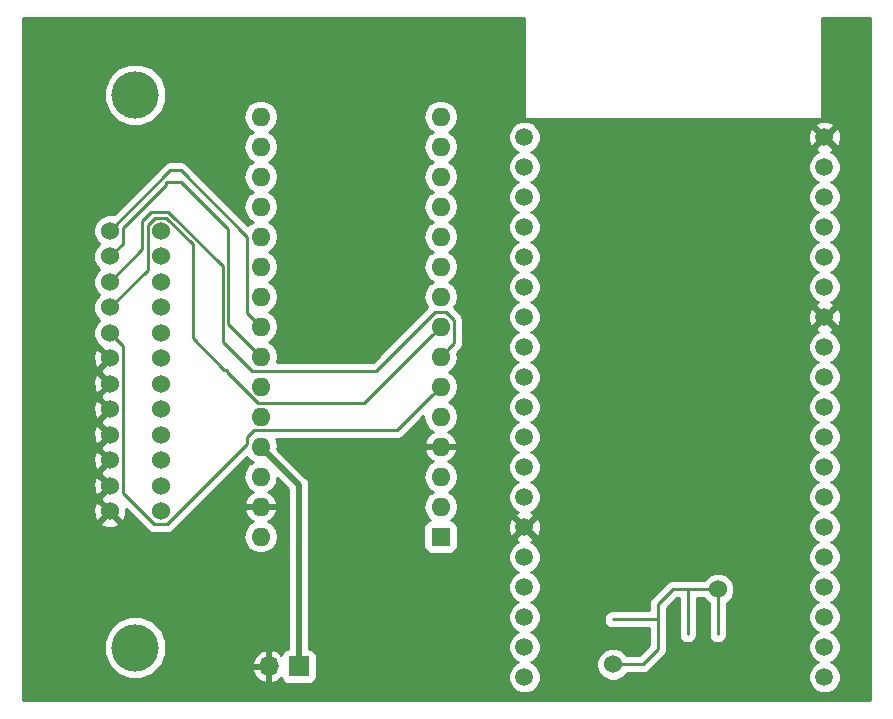
<source format=gbr>
G04 #@! TF.GenerationSoftware,KiCad,Pcbnew,5.0.2+dfsg1-1*
G04 #@! TF.CreationDate,2020-04-16T16:35:58+12:00*
G04 #@! TF.ProjectId,Wireless488,57697265-6c65-4737-9334-38382e6b6963,rev?*
G04 #@! TF.SameCoordinates,Original*
G04 #@! TF.FileFunction,Copper,L2,Bot*
G04 #@! TF.FilePolarity,Positive*
%FSLAX46Y46*%
G04 Gerber Fmt 4.6, Leading zero omitted, Abs format (unit mm)*
G04 Created by KiCad (PCBNEW 5.0.2+dfsg1-1) date Thu 16 Apr 2020 16:35:58 NZST*
%MOMM*%
%LPD*%
G01*
G04 APERTURE LIST*
G04 #@! TA.AperFunction,EtchedComponent*
%ADD10C,0.250000*%
G04 #@! TD*
G04 #@! TA.AperFunction,ViaPad*
%ADD11C,1.524000*%
G04 #@! TD*
G04 #@! TA.AperFunction,ComponentPad*
%ADD12C,1.500000*%
G04 #@! TD*
G04 #@! TA.AperFunction,ComponentPad*
%ADD13R,1.700000X1.700000*%
G04 #@! TD*
G04 #@! TA.AperFunction,ComponentPad*
%ADD14O,1.700000X1.700000*%
G04 #@! TD*
G04 #@! TA.AperFunction,ComponentPad*
%ADD15C,1.524000*%
G04 #@! TD*
G04 #@! TA.AperFunction,ComponentPad*
%ADD16C,4.000000*%
G04 #@! TD*
G04 #@! TA.AperFunction,ComponentPad*
%ADD17R,1.600000X1.600000*%
G04 #@! TD*
G04 #@! TA.AperFunction,ComponentPad*
%ADD18O,1.600000X1.600000*%
G04 #@! TD*
G04 #@! TA.AperFunction,Conductor*
%ADD19C,0.250000*%
G04 #@! TD*
G04 #@! TA.AperFunction,Conductor*
%ADD20C,0.500000*%
G04 #@! TD*
G04 #@! TA.AperFunction,Conductor*
%ADD21C,0.254000*%
G04 #@! TD*
G04 APERTURE END LIST*
D10*
G04 #@! TO.C,SYM1*
X150480000Y-99460000D02*
X146670000Y-99460000D01*
X146670000Y-99460000D02*
X145400000Y-100730000D01*
X145400000Y-104540000D02*
X144130000Y-105810000D01*
X144130000Y-105810000D02*
X141590000Y-105810000D01*
X145400000Y-102000000D02*
X141590000Y-102000000D01*
X147940000Y-99460000D02*
X147940000Y-103270000D01*
X150480000Y-99460000D02*
X150480000Y-103270000D01*
X145400000Y-100730000D02*
X145400000Y-104540000D01*
G04 #@! TD*
D11*
G04 #@! TO.N,*
G04 #@! TO.C,SYM1*
X150480000Y-99460000D03*
X141590000Y-105810000D03*
G04 #@! TD*
D12*
G04 #@! TO.P,U1,38*
G04 #@! TO.N,GND*
X159500000Y-61180000D03*
G04 #@! TO.P,U1,37*
G04 #@! TO.N,Net-(U1-Pad37)*
X159500000Y-63720000D03*
G04 #@! TO.P,U1,36*
G04 #@! TO.N,Net-(U1-Pad36)*
X159500000Y-66260000D03*
G04 #@! TO.P,U1,35*
G04 #@! TO.N,Net-(U1-Pad35)*
X159500000Y-68800000D03*
G04 #@! TO.P,U1,34*
G04 #@! TO.N,Net-(U1-Pad34)*
X159500000Y-71340000D03*
G04 #@! TO.P,U1,33*
G04 #@! TO.N,Net-(U1-Pad33)*
X159500000Y-73880000D03*
G04 #@! TO.P,U1,32*
G04 #@! TO.N,GND*
X159500000Y-76420000D03*
G04 #@! TO.P,U1,31*
G04 #@! TO.N,Net-(U1-Pad31)*
X159500000Y-78960000D03*
G04 #@! TO.P,U1,30*
G04 #@! TO.N,Net-(U1-Pad30)*
X159500000Y-81500000D03*
G04 #@! TO.P,U1,29*
G04 #@! TO.N,Net-(U1-Pad29)*
X159500000Y-84040000D03*
G04 #@! TO.P,U1,28*
G04 #@! TO.N,Net-(U1-Pad28)*
X159500000Y-86580000D03*
G04 #@! TO.P,U1,27*
G04 #@! TO.N,Net-(U1-Pad27)*
X159500000Y-89120000D03*
G04 #@! TO.P,U1,26*
G04 #@! TO.N,Net-(U1-Pad26)*
X159500000Y-91660000D03*
G04 #@! TO.P,U1,25*
G04 #@! TO.N,Net-(U1-Pad25)*
X159500000Y-94200000D03*
G04 #@! TO.P,U1,24*
G04 #@! TO.N,Net-(U1-Pad24)*
X159500000Y-96740000D03*
G04 #@! TO.P,U1,23*
G04 #@! TO.N,Net-(U1-Pad23)*
X159500000Y-99280000D03*
G04 #@! TO.P,U1,22*
G04 #@! TO.N,Net-(U1-Pad22)*
X159500000Y-101820000D03*
G04 #@! TO.P,U1,21*
G04 #@! TO.N,Net-(U1-Pad21)*
X159500000Y-104360000D03*
G04 #@! TO.P,U1,20*
G04 #@! TO.N,Net-(U1-Pad20)*
X159500000Y-106900000D03*
G04 #@! TO.P,U1,19*
G04 #@! TO.N,+5V*
X134100000Y-106900000D03*
G04 #@! TO.P,U1,18*
G04 #@! TO.N,Net-(U1-Pad18)*
X134100000Y-104360000D03*
G04 #@! TO.P,U1,17*
G04 #@! TO.N,Net-(U1-Pad17)*
X134100000Y-101820000D03*
G04 #@! TO.P,U1,16*
G04 #@! TO.N,Net-(U1-Pad16)*
X134100000Y-99280000D03*
G04 #@! TO.P,U1,15*
G04 #@! TO.N,Net-(R1-Pad2)*
X134100000Y-96740000D03*
G04 #@! TO.P,U1,14*
G04 #@! TO.N,GND*
X134100000Y-94200000D03*
G04 #@! TO.P,U1,13*
G04 #@! TO.N,Net-(R2-Pad2)*
X134100000Y-91660000D03*
G04 #@! TO.P,U1,12*
G04 #@! TO.N,Net-(U1-Pad12)*
X134100000Y-89120000D03*
G04 #@! TO.P,U1,11*
G04 #@! TO.N,Net-(U1-Pad11)*
X134100000Y-86580000D03*
G04 #@! TO.P,U1,10*
G04 #@! TO.N,Net-(U1-Pad10)*
X134100000Y-84040000D03*
G04 #@! TO.P,U1,9*
G04 #@! TO.N,Net-(U1-Pad9)*
X134100000Y-81500000D03*
G04 #@! TO.P,U1,8*
G04 #@! TO.N,Net-(U1-Pad8)*
X134100000Y-78960000D03*
G04 #@! TO.P,U1,7*
G04 #@! TO.N,Net-(U1-Pad7)*
X134100000Y-76420000D03*
G04 #@! TO.P,U1,6*
G04 #@! TO.N,Net-(U1-Pad6)*
X134100000Y-73880000D03*
G04 #@! TO.P,U1,5*
G04 #@! TO.N,Net-(U1-Pad5)*
X134100000Y-71340000D03*
G04 #@! TO.P,U1,4*
G04 #@! TO.N,Net-(U1-Pad4)*
X134100000Y-68800000D03*
G04 #@! TO.P,U1,3*
G04 #@! TO.N,Net-(U1-Pad3)*
X134100000Y-66260000D03*
G04 #@! TO.P,U1,2*
G04 #@! TO.N,Net-(U1-Pad2)*
X134100000Y-63720000D03*
G04 #@! TO.P,U1,1*
G04 #@! TO.N,Net-(U1-Pad1)*
X134100000Y-61180000D03*
G04 #@! TD*
D13*
G04 #@! TO.P,J2,1*
G04 #@! TO.N,+5V*
X115000000Y-106000000D03*
D14*
G04 #@! TO.P,J2,2*
G04 #@! TO.N,GND*
X112460000Y-106000000D03*
G04 #@! TD*
D15*
G04 #@! TO.P,J1,1*
G04 #@! TO.N,/DIO1*
X103290000Y-69120000D03*
G04 #@! TO.P,J1,2*
G04 #@! TO.N,/DIO2*
X103290000Y-71280000D03*
G04 #@! TO.P,J1,3*
G04 #@! TO.N,/DIO3*
X103290000Y-73440000D03*
G04 #@! TO.P,J1,4*
G04 #@! TO.N,/DIO4*
X103290000Y-75600000D03*
G04 #@! TO.P,J1,5*
G04 #@! TO.N,/EOI*
X103290000Y-77760000D03*
G04 #@! TO.P,J1,6*
G04 #@! TO.N,/DAV*
X103290000Y-79920000D03*
G04 #@! TO.P,J1,7*
G04 #@! TO.N,/NRFD*
X103290000Y-82080000D03*
G04 #@! TO.P,J1,8*
G04 #@! TO.N,/NDAC*
X103290000Y-84240000D03*
G04 #@! TO.P,J1,9*
G04 #@! TO.N,/IFC*
X103290000Y-86400000D03*
G04 #@! TO.P,J1,10*
G04 #@! TO.N,/SRQ*
X103290000Y-88560000D03*
G04 #@! TO.P,J1,11*
G04 #@! TO.N,/ATN*
X103290000Y-90720000D03*
G04 #@! TO.P,J1,12*
G04 #@! TO.N,/ChassisGND*
X103290000Y-92880000D03*
G04 #@! TO.P,J1,13*
G04 #@! TO.N,/DIO5*
X99000000Y-69120000D03*
G04 #@! TO.P,J1,14*
G04 #@! TO.N,/DIO6*
X99000000Y-71280000D03*
G04 #@! TO.P,J1,15*
G04 #@! TO.N,/DIO7*
X99000000Y-73440000D03*
G04 #@! TO.P,J1,16*
G04 #@! TO.N,/DIO8*
X99000000Y-75600000D03*
G04 #@! TO.P,J1,17*
G04 #@! TO.N,/REN*
X99000000Y-77760000D03*
G04 #@! TO.P,J1,18*
G04 #@! TO.N,GND*
X99000000Y-79920000D03*
G04 #@! TO.P,J1,19*
X99000000Y-82080000D03*
G04 #@! TO.P,J1,20*
X99000000Y-84240000D03*
G04 #@! TO.P,J1,21*
X99000000Y-86400000D03*
G04 #@! TO.P,J1,22*
X99000000Y-88560000D03*
G04 #@! TO.P,J1,23*
X99000000Y-90720000D03*
G04 #@! TO.P,J1,24*
X99000000Y-92880000D03*
D16*
G04 #@! TO.P,J1,*
G04 #@! TO.N,*
X101140000Y-57600000D03*
X101140000Y-104400000D03*
G04 #@! TD*
D17*
G04 #@! TO.P,A1,1*
G04 #@! TO.N,Net-(A1-Pad1)*
X127000000Y-95000000D03*
D18*
G04 #@! TO.P,A1,17*
G04 #@! TO.N,Net-(A1-Pad17)*
X111760000Y-61980000D03*
G04 #@! TO.P,A1,2*
G04 #@! TO.N,Net-(A1-Pad2)*
X127000000Y-92460000D03*
G04 #@! TO.P,A1,18*
G04 #@! TO.N,Net-(A1-Pad18)*
X111760000Y-64520000D03*
G04 #@! TO.P,A1,3*
G04 #@! TO.N,Net-(A1-Pad3)*
X127000000Y-89920000D03*
G04 #@! TO.P,A1,19*
G04 #@! TO.N,/DIO1*
X111760000Y-67060000D03*
G04 #@! TO.P,A1,4*
G04 #@! TO.N,GND*
X127000000Y-87380000D03*
G04 #@! TO.P,A1,20*
G04 #@! TO.N,/DIO2*
X111760000Y-69600000D03*
G04 #@! TO.P,A1,5*
G04 #@! TO.N,/SRQ*
X127000000Y-84840000D03*
G04 #@! TO.P,A1,21*
G04 #@! TO.N,/DIO3*
X111760000Y-72140000D03*
G04 #@! TO.P,A1,6*
G04 #@! TO.N,/REN*
X127000000Y-82300000D03*
G04 #@! TO.P,A1,22*
G04 #@! TO.N,/DIO4*
X111760000Y-74680000D03*
G04 #@! TO.P,A1,7*
G04 #@! TO.N,/DIO7*
X127000000Y-79760000D03*
G04 #@! TO.P,A1,23*
G04 #@! TO.N,/DIO5*
X111760000Y-77220000D03*
G04 #@! TO.P,A1,8*
G04 #@! TO.N,/DIO8*
X127000000Y-77220000D03*
G04 #@! TO.P,A1,24*
G04 #@! TO.N,/DIO6*
X111760000Y-79760000D03*
G04 #@! TO.P,A1,9*
G04 #@! TO.N,Net-(A1-Pad9)*
X127000000Y-74680000D03*
G04 #@! TO.P,A1,25*
G04 #@! TO.N,Net-(A1-Pad25)*
X111760000Y-82300000D03*
G04 #@! TO.P,A1,10*
G04 #@! TO.N,/ATN*
X127000000Y-72140000D03*
G04 #@! TO.P,A1,26*
G04 #@! TO.N,Net-(A1-Pad26)*
X111760000Y-84840000D03*
G04 #@! TO.P,A1,11*
G04 #@! TO.N,/IFC*
X127000000Y-69600000D03*
G04 #@! TO.P,A1,27*
G04 #@! TO.N,+5V*
X111760000Y-87380000D03*
G04 #@! TO.P,A1,12*
G04 #@! TO.N,/NDAC*
X127000000Y-67060000D03*
G04 #@! TO.P,A1,28*
G04 #@! TO.N,Net-(A1-Pad28)*
X111760000Y-89920000D03*
G04 #@! TO.P,A1,13*
G04 #@! TO.N,/NRFD*
X127000000Y-64520000D03*
G04 #@! TO.P,A1,29*
G04 #@! TO.N,GND*
X111760000Y-92460000D03*
G04 #@! TO.P,A1,14*
G04 #@! TO.N,/DAV*
X127000000Y-61980000D03*
G04 #@! TO.P,A1,30*
G04 #@! TO.N,Net-(A1-Pad30)*
X111760000Y-95000000D03*
G04 #@! TO.P,A1,15*
G04 #@! TO.N,/EOI*
X127000000Y-59440000D03*
G04 #@! TO.P,A1,16*
G04 #@! TO.N,Net-(A1-Pad16)*
X111760000Y-59440000D03*
G04 #@! TD*
D19*
G04 #@! TO.N,/REN*
X123334999Y-85965001D02*
X126200001Y-83099999D01*
X111219999Y-85965001D02*
X123334999Y-85965001D01*
X110634999Y-86550001D02*
X111219999Y-85965001D01*
X110634999Y-87143763D02*
X110634999Y-86550001D01*
X103811761Y-93967001D02*
X110634999Y-87143763D01*
X102768239Y-93967001D02*
X103811761Y-93967001D01*
X100087001Y-91285763D02*
X102768239Y-93967001D01*
X100087001Y-78847001D02*
X100087001Y-91285763D01*
X126200001Y-83099999D02*
X127000000Y-82300000D01*
X99000000Y-77760000D02*
X100087001Y-78847001D01*
G04 #@! TO.N,/DIO7*
X101752990Y-70687010D02*
X101752990Y-68247010D01*
X99000000Y-73440000D02*
X101752990Y-70687010D01*
X108549990Y-72134818D02*
X108549990Y-78549990D01*
X103965163Y-67549991D02*
X108549990Y-72134818D01*
X101752990Y-68247010D02*
X102450009Y-67549991D01*
X102450009Y-67549991D02*
X103965163Y-67549991D01*
X121554998Y-81000000D02*
X126554998Y-76000000D01*
X108549990Y-78549990D02*
X111000000Y-81000000D01*
X111000000Y-81000000D02*
X121554998Y-81000000D01*
X127799999Y-78960001D02*
X127000000Y-79760000D01*
X128125001Y-78634999D02*
X127799999Y-78960001D01*
X128125001Y-76679999D02*
X128125001Y-78634999D01*
X127445002Y-76000000D02*
X128125001Y-76679999D01*
X126554998Y-76000000D02*
X127445002Y-76000000D01*
G04 #@! TO.N,/DIO5*
X110634999Y-76094999D02*
X110634999Y-69634999D01*
X111760000Y-77220000D02*
X110634999Y-76094999D01*
X110634999Y-69634999D02*
X105000000Y-64000000D01*
X104120000Y-64000000D02*
X99000000Y-69120000D01*
X105000000Y-64000000D02*
X104120000Y-64000000D01*
G04 #@! TO.N,/DIO8*
X120505001Y-83714999D02*
X126200001Y-78019999D01*
X126200001Y-78019999D02*
X127000000Y-77220000D01*
X111509997Y-83714999D02*
X120505001Y-83714999D01*
X108885001Y-80885001D02*
X108885001Y-81090003D01*
X106000000Y-78205002D02*
X108679999Y-80885001D01*
X108679999Y-80885001D02*
X108885001Y-80885001D01*
X99000000Y-75600000D02*
X102202999Y-72397001D01*
X108885001Y-81090003D02*
X111509997Y-83714999D01*
X103778762Y-68000000D02*
X106000000Y-70221238D01*
X102202999Y-72397001D02*
X102202999Y-68598239D01*
X106000000Y-70221238D02*
X106000000Y-78205002D01*
X102202999Y-68598239D02*
X102801238Y-68000000D01*
X102801238Y-68000000D02*
X103778762Y-68000000D01*
G04 #@! TO.N,/DIO6*
X111760000Y-79760000D02*
X109000000Y-77000000D01*
X109000000Y-77000000D02*
X109000000Y-69000000D01*
X109000000Y-69000000D02*
X105000000Y-65000000D01*
X105000000Y-65000000D02*
X103756410Y-65000000D01*
X100087001Y-70192999D02*
X100087001Y-68912999D01*
X99000000Y-71280000D02*
X100087001Y-70192999D01*
X103756410Y-65243590D02*
X103756410Y-65000000D01*
X100087001Y-68912999D02*
X103756410Y-65243590D01*
D20*
G04 #@! TO.N,+5V*
X115000000Y-90620000D02*
X111760000Y-87380000D01*
X115000000Y-106000000D02*
X115000000Y-90620000D01*
G04 #@! TD*
D21*
G04 #@! TO.N,GND*
G36*
X134051186Y-59500000D02*
X134060853Y-59548601D01*
X134088383Y-59589803D01*
X134129585Y-59617333D01*
X134178186Y-59627000D01*
X159178186Y-59627000D01*
X159226787Y-59617333D01*
X159267989Y-59589803D01*
X159295519Y-59548601D01*
X159305186Y-59500000D01*
X159305186Y-51127000D01*
X163373000Y-51127000D01*
X163373000Y-108873000D01*
X91627000Y-108873000D01*
X91627000Y-103875866D01*
X98505000Y-103875866D01*
X98505000Y-104924134D01*
X98906155Y-105892608D01*
X99647392Y-106633845D01*
X100615866Y-107035000D01*
X101664134Y-107035000D01*
X102632608Y-106633845D01*
X102909561Y-106356892D01*
X111018514Y-106356892D01*
X111264817Y-106881358D01*
X111693076Y-107271645D01*
X112103110Y-107441476D01*
X112333000Y-107320155D01*
X112333000Y-106127000D01*
X111139181Y-106127000D01*
X111018514Y-106356892D01*
X102909561Y-106356892D01*
X103373845Y-105892608D01*
X103477191Y-105643108D01*
X111018514Y-105643108D01*
X111139181Y-105873000D01*
X112333000Y-105873000D01*
X112333000Y-104679845D01*
X112103110Y-104558524D01*
X111693076Y-104728355D01*
X111264817Y-105118642D01*
X111018514Y-105643108D01*
X103477191Y-105643108D01*
X103775000Y-104924134D01*
X103775000Y-103875866D01*
X103373845Y-102907392D01*
X102632608Y-102166155D01*
X101664134Y-101765000D01*
X100615866Y-101765000D01*
X99647392Y-102166155D01*
X98906155Y-102907392D01*
X98505000Y-103875866D01*
X91627000Y-103875866D01*
X91627000Y-95000000D01*
X110296887Y-95000000D01*
X110408260Y-95559909D01*
X110725423Y-96034577D01*
X111200091Y-96351740D01*
X111618667Y-96435000D01*
X111901333Y-96435000D01*
X112319909Y-96351740D01*
X112794577Y-96034577D01*
X113111740Y-95559909D01*
X113223113Y-95000000D01*
X113111740Y-94440091D01*
X112794577Y-93965423D01*
X112410892Y-93709053D01*
X112615134Y-93612389D01*
X112991041Y-93197423D01*
X113151904Y-92809039D01*
X113029915Y-92587000D01*
X111887000Y-92587000D01*
X111887000Y-92607000D01*
X111633000Y-92607000D01*
X111633000Y-92587000D01*
X110490085Y-92587000D01*
X110368096Y-92809039D01*
X110528959Y-93197423D01*
X110904866Y-93612389D01*
X111109108Y-93709053D01*
X110725423Y-93965423D01*
X110408260Y-94440091D01*
X110296887Y-95000000D01*
X91627000Y-95000000D01*
X91627000Y-93860213D01*
X98199392Y-93860213D01*
X98268857Y-94102397D01*
X98792302Y-94289144D01*
X99347368Y-94261362D01*
X99731143Y-94102397D01*
X99800608Y-93860213D01*
X99000000Y-93059605D01*
X98199392Y-93860213D01*
X91627000Y-93860213D01*
X91627000Y-92672302D01*
X97590856Y-92672302D01*
X97618638Y-93227368D01*
X97777603Y-93611143D01*
X98019787Y-93680608D01*
X98820395Y-92880000D01*
X98019787Y-92079392D01*
X97777603Y-92148857D01*
X97590856Y-92672302D01*
X91627000Y-92672302D01*
X91627000Y-90512302D01*
X97590856Y-90512302D01*
X97618638Y-91067368D01*
X97777603Y-91451143D01*
X98019787Y-91520608D01*
X98820395Y-90720000D01*
X98019787Y-89919392D01*
X97777603Y-89988857D01*
X97590856Y-90512302D01*
X91627000Y-90512302D01*
X91627000Y-88352302D01*
X97590856Y-88352302D01*
X97618638Y-88907368D01*
X97777603Y-89291143D01*
X98019787Y-89360608D01*
X98820395Y-88560000D01*
X98019787Y-87759392D01*
X97777603Y-87828857D01*
X97590856Y-88352302D01*
X91627000Y-88352302D01*
X91627000Y-86192302D01*
X97590856Y-86192302D01*
X97618638Y-86747368D01*
X97777603Y-87131143D01*
X98019787Y-87200608D01*
X98820395Y-86400000D01*
X98019787Y-85599392D01*
X97777603Y-85668857D01*
X97590856Y-86192302D01*
X91627000Y-86192302D01*
X91627000Y-84032302D01*
X97590856Y-84032302D01*
X97618638Y-84587368D01*
X97777603Y-84971143D01*
X98019787Y-85040608D01*
X98820395Y-84240000D01*
X98019787Y-83439392D01*
X97777603Y-83508857D01*
X97590856Y-84032302D01*
X91627000Y-84032302D01*
X91627000Y-81872302D01*
X97590856Y-81872302D01*
X97618638Y-82427368D01*
X97777603Y-82811143D01*
X98019787Y-82880608D01*
X98820395Y-82080000D01*
X98019787Y-81279392D01*
X97777603Y-81348857D01*
X97590856Y-81872302D01*
X91627000Y-81872302D01*
X91627000Y-79712302D01*
X97590856Y-79712302D01*
X97618638Y-80267368D01*
X97777603Y-80651143D01*
X98019787Y-80720608D01*
X98820395Y-79920000D01*
X98019787Y-79119392D01*
X97777603Y-79188857D01*
X97590856Y-79712302D01*
X91627000Y-79712302D01*
X91627000Y-68842119D01*
X97603000Y-68842119D01*
X97603000Y-69397881D01*
X97815680Y-69911337D01*
X98104343Y-70200000D01*
X97815680Y-70488663D01*
X97603000Y-71002119D01*
X97603000Y-71557881D01*
X97815680Y-72071337D01*
X98104343Y-72360000D01*
X97815680Y-72648663D01*
X97603000Y-73162119D01*
X97603000Y-73717881D01*
X97815680Y-74231337D01*
X98104343Y-74520000D01*
X97815680Y-74808663D01*
X97603000Y-75322119D01*
X97603000Y-75877881D01*
X97815680Y-76391337D01*
X98104343Y-76680000D01*
X97815680Y-76968663D01*
X97603000Y-77482119D01*
X97603000Y-78037881D01*
X97815680Y-78551337D01*
X98200448Y-78936105D01*
X98199392Y-78939787D01*
X99000000Y-79740395D01*
X99014143Y-79726253D01*
X99193748Y-79905858D01*
X99179605Y-79920000D01*
X99193748Y-79934143D01*
X99014143Y-80113748D01*
X99000000Y-80099605D01*
X98199392Y-80900213D01*
X98228014Y-81000000D01*
X98199392Y-81099787D01*
X99000000Y-81900395D01*
X99014143Y-81886253D01*
X99193748Y-82065858D01*
X99179605Y-82080000D01*
X99193748Y-82094143D01*
X99014143Y-82273748D01*
X99000000Y-82259605D01*
X98199392Y-83060213D01*
X98228014Y-83160000D01*
X98199392Y-83259787D01*
X99000000Y-84060395D01*
X99014143Y-84046253D01*
X99193748Y-84225858D01*
X99179605Y-84240000D01*
X99193748Y-84254143D01*
X99014143Y-84433748D01*
X99000000Y-84419605D01*
X98199392Y-85220213D01*
X98228014Y-85320000D01*
X98199392Y-85419787D01*
X99000000Y-86220395D01*
X99014143Y-86206253D01*
X99193748Y-86385858D01*
X99179605Y-86400000D01*
X99193748Y-86414143D01*
X99014143Y-86593748D01*
X99000000Y-86579605D01*
X98199392Y-87380213D01*
X98228014Y-87480000D01*
X98199392Y-87579787D01*
X99000000Y-88380395D01*
X99014143Y-88366253D01*
X99193748Y-88545858D01*
X99179605Y-88560000D01*
X99193748Y-88574143D01*
X99014143Y-88753748D01*
X99000000Y-88739605D01*
X98199392Y-89540213D01*
X98228014Y-89640000D01*
X98199392Y-89739787D01*
X99000000Y-90540395D01*
X99014143Y-90526253D01*
X99193748Y-90705858D01*
X99179605Y-90720000D01*
X99193748Y-90734143D01*
X99014143Y-90913748D01*
X99000000Y-90899605D01*
X98199392Y-91700213D01*
X98228014Y-91800000D01*
X98199392Y-91899787D01*
X99000000Y-92700395D01*
X99014143Y-92686253D01*
X99193748Y-92865858D01*
X99179605Y-92880000D01*
X99980213Y-93680608D01*
X100222397Y-93611143D01*
X100409144Y-93087698D01*
X100387805Y-92661369D01*
X102177910Y-94451474D01*
X102220310Y-94514930D01*
X102471702Y-94682905D01*
X102693387Y-94727001D01*
X102693391Y-94727001D01*
X102768238Y-94741889D01*
X102843085Y-94727001D01*
X103736914Y-94727001D01*
X103811761Y-94741889D01*
X103886608Y-94727001D01*
X103886613Y-94727001D01*
X104108298Y-94682905D01*
X104359690Y-94514930D01*
X104402092Y-94451471D01*
X110610693Y-88242871D01*
X110725423Y-88414577D01*
X111077758Y-88650000D01*
X110725423Y-88885423D01*
X110408260Y-89360091D01*
X110296887Y-89920000D01*
X110408260Y-90479909D01*
X110725423Y-90954577D01*
X111109108Y-91210947D01*
X110904866Y-91307611D01*
X110528959Y-91722577D01*
X110368096Y-92110961D01*
X110490085Y-92333000D01*
X111633000Y-92333000D01*
X111633000Y-92313000D01*
X111887000Y-92313000D01*
X111887000Y-92333000D01*
X113029915Y-92333000D01*
X113151904Y-92110961D01*
X112991041Y-91722577D01*
X112615134Y-91307611D01*
X112410892Y-91210947D01*
X112794577Y-90954577D01*
X113111740Y-90479909D01*
X113194130Y-90065708D01*
X114115001Y-90986580D01*
X114115000Y-104509522D01*
X113902235Y-104551843D01*
X113692191Y-104692191D01*
X113551843Y-104902235D01*
X113531261Y-105005708D01*
X113226924Y-104728355D01*
X112816890Y-104558524D01*
X112587000Y-104679845D01*
X112587000Y-105873000D01*
X112607000Y-105873000D01*
X112607000Y-106127000D01*
X112587000Y-106127000D01*
X112587000Y-107320155D01*
X112816890Y-107441476D01*
X113226924Y-107271645D01*
X113531261Y-106994292D01*
X113551843Y-107097765D01*
X113692191Y-107307809D01*
X113902235Y-107448157D01*
X114150000Y-107497440D01*
X115850000Y-107497440D01*
X116097765Y-107448157D01*
X116307809Y-107307809D01*
X116448157Y-107097765D01*
X116497440Y-106850000D01*
X116497440Y-105150000D01*
X116448157Y-104902235D01*
X116307809Y-104692191D01*
X116097765Y-104551843D01*
X115885000Y-104509522D01*
X115885000Y-96464506D01*
X132715000Y-96464506D01*
X132715000Y-97015494D01*
X132925853Y-97524540D01*
X133315460Y-97914147D01*
X133546870Y-98010000D01*
X133315460Y-98105853D01*
X132925853Y-98495460D01*
X132715000Y-99004506D01*
X132715000Y-99555494D01*
X132925853Y-100064540D01*
X133315460Y-100454147D01*
X133546870Y-100550000D01*
X133315460Y-100645853D01*
X132925853Y-101035460D01*
X132715000Y-101544506D01*
X132715000Y-102095494D01*
X132925853Y-102604540D01*
X133315460Y-102994147D01*
X133546870Y-103090000D01*
X133315460Y-103185853D01*
X132925853Y-103575460D01*
X132715000Y-104084506D01*
X132715000Y-104635494D01*
X132925853Y-105144540D01*
X133315460Y-105534147D01*
X133546870Y-105630000D01*
X133315460Y-105725853D01*
X132925853Y-106115460D01*
X132715000Y-106624506D01*
X132715000Y-107175494D01*
X132925853Y-107684540D01*
X133315460Y-108074147D01*
X133824506Y-108285000D01*
X134375494Y-108285000D01*
X134884540Y-108074147D01*
X135274147Y-107684540D01*
X135485000Y-107175494D01*
X135485000Y-106624506D01*
X135274147Y-106115460D01*
X134884540Y-105725853D01*
X134653130Y-105630000D01*
X134884540Y-105534147D01*
X134886568Y-105532119D01*
X140193000Y-105532119D01*
X140193000Y-106087881D01*
X140405680Y-106601337D01*
X140798663Y-106994320D01*
X141312119Y-107207000D01*
X141867881Y-107207000D01*
X142381337Y-106994320D01*
X142774320Y-106601337D01*
X142787300Y-106570000D01*
X144055153Y-106570000D01*
X144130000Y-106584888D01*
X144204847Y-106570000D01*
X144204852Y-106570000D01*
X144426537Y-106525904D01*
X144677929Y-106357929D01*
X144720331Y-106294470D01*
X145884473Y-105130329D01*
X145947929Y-105087929D01*
X146115904Y-104836537D01*
X146160000Y-104614852D01*
X146160000Y-104614848D01*
X146174888Y-104540001D01*
X146160000Y-104465154D01*
X146160000Y-102074852D01*
X146174889Y-102000000D01*
X146160000Y-101925148D01*
X146160000Y-101044801D01*
X146984802Y-100220000D01*
X147180000Y-100220000D01*
X147180001Y-103344852D01*
X147224097Y-103566537D01*
X147392072Y-103817929D01*
X147643464Y-103985904D01*
X147940000Y-104044889D01*
X148236537Y-103985904D01*
X148487929Y-103817929D01*
X148655904Y-103566537D01*
X148700000Y-103344852D01*
X148700000Y-100220000D01*
X149282700Y-100220000D01*
X149295680Y-100251337D01*
X149688663Y-100644320D01*
X149720000Y-100657300D01*
X149720001Y-103344852D01*
X149764097Y-103566537D01*
X149932072Y-103817929D01*
X150183464Y-103985904D01*
X150480000Y-104044889D01*
X150776537Y-103985904D01*
X151027929Y-103817929D01*
X151195904Y-103566537D01*
X151240000Y-103344852D01*
X151240000Y-100657300D01*
X151271337Y-100644320D01*
X151664320Y-100251337D01*
X151877000Y-99737881D01*
X151877000Y-99182119D01*
X151664320Y-98668663D01*
X151271337Y-98275680D01*
X150757881Y-98063000D01*
X150202119Y-98063000D01*
X149688663Y-98275680D01*
X149295680Y-98668663D01*
X149282700Y-98700000D01*
X148014852Y-98700000D01*
X147940000Y-98685111D01*
X147865148Y-98700000D01*
X146744846Y-98700000D01*
X146669999Y-98685112D01*
X146595152Y-98700000D01*
X146595148Y-98700000D01*
X146373463Y-98744096D01*
X146122071Y-98912071D01*
X146079671Y-98975527D01*
X144915530Y-100139669D01*
X144852071Y-100182071D01*
X144684096Y-100433464D01*
X144640000Y-100655149D01*
X144640000Y-100655153D01*
X144625112Y-100730000D01*
X144640000Y-100804847D01*
X144640000Y-101240000D01*
X141515148Y-101240000D01*
X141293463Y-101284096D01*
X141042071Y-101452071D01*
X140874096Y-101703463D01*
X140815111Y-102000000D01*
X140874096Y-102296537D01*
X141042071Y-102547929D01*
X141293463Y-102715904D01*
X141515148Y-102760000D01*
X144640001Y-102760000D01*
X144640001Y-104225197D01*
X143815199Y-105050000D01*
X142787300Y-105050000D01*
X142774320Y-105018663D01*
X142381337Y-104625680D01*
X141867881Y-104413000D01*
X141312119Y-104413000D01*
X140798663Y-104625680D01*
X140405680Y-105018663D01*
X140193000Y-105532119D01*
X134886568Y-105532119D01*
X135274147Y-105144540D01*
X135485000Y-104635494D01*
X135485000Y-104084506D01*
X135274147Y-103575460D01*
X134884540Y-103185853D01*
X134653130Y-103090000D01*
X134884540Y-102994147D01*
X135274147Y-102604540D01*
X135485000Y-102095494D01*
X135485000Y-101544506D01*
X135274147Y-101035460D01*
X134884540Y-100645853D01*
X134653130Y-100550000D01*
X134884540Y-100454147D01*
X135274147Y-100064540D01*
X135485000Y-99555494D01*
X135485000Y-99004506D01*
X135274147Y-98495460D01*
X134884540Y-98105853D01*
X134653130Y-98010000D01*
X134884540Y-97914147D01*
X135274147Y-97524540D01*
X135485000Y-97015494D01*
X135485000Y-96464506D01*
X135274147Y-95955460D01*
X134884540Y-95565853D01*
X134669070Y-95476603D01*
X134823923Y-95412460D01*
X134891912Y-95171517D01*
X134100000Y-94379605D01*
X133308088Y-95171517D01*
X133376077Y-95412460D01*
X133542658Y-95471745D01*
X133315460Y-95565853D01*
X132925853Y-95955460D01*
X132715000Y-96464506D01*
X115885000Y-96464506D01*
X115885000Y-90707161D01*
X115902337Y-90620000D01*
X115885000Y-90532839D01*
X115885000Y-90532835D01*
X115833652Y-90274690D01*
X115638049Y-89981951D01*
X115564156Y-89932577D01*
X115551579Y-89920000D01*
X125536887Y-89920000D01*
X125648260Y-90479909D01*
X125965423Y-90954577D01*
X126317758Y-91190000D01*
X125965423Y-91425423D01*
X125648260Y-91900091D01*
X125536887Y-92460000D01*
X125648260Y-93019909D01*
X125965423Y-93494577D01*
X126086106Y-93575215D01*
X125952235Y-93601843D01*
X125742191Y-93742191D01*
X125601843Y-93952235D01*
X125552560Y-94200000D01*
X125552560Y-95800000D01*
X125601843Y-96047765D01*
X125742191Y-96257809D01*
X125952235Y-96398157D01*
X126200000Y-96447440D01*
X127800000Y-96447440D01*
X128047765Y-96398157D01*
X128257809Y-96257809D01*
X128398157Y-96047765D01*
X128447440Y-95800000D01*
X128447440Y-94200000D01*
X128406698Y-93995171D01*
X132702799Y-93995171D01*
X132730770Y-94545448D01*
X132887540Y-94923923D01*
X133128483Y-94991912D01*
X133920395Y-94200000D01*
X134279605Y-94200000D01*
X135071517Y-94991912D01*
X135312460Y-94923923D01*
X135497201Y-94404829D01*
X135469230Y-93854552D01*
X135312460Y-93476077D01*
X135071517Y-93408088D01*
X134279605Y-94200000D01*
X133920395Y-94200000D01*
X133128483Y-93408088D01*
X132887540Y-93476077D01*
X132702799Y-93995171D01*
X128406698Y-93995171D01*
X128398157Y-93952235D01*
X128257809Y-93742191D01*
X128047765Y-93601843D01*
X127913894Y-93575215D01*
X128034577Y-93494577D01*
X128351740Y-93019909D01*
X128463113Y-92460000D01*
X128351740Y-91900091D01*
X128034577Y-91425423D01*
X127682242Y-91190000D01*
X128034577Y-90954577D01*
X128351740Y-90479909D01*
X128463113Y-89920000D01*
X128351740Y-89360091D01*
X128034577Y-88885423D01*
X127650892Y-88629053D01*
X127855134Y-88532389D01*
X128231041Y-88117423D01*
X128391904Y-87729039D01*
X128269915Y-87507000D01*
X127127000Y-87507000D01*
X127127000Y-87527000D01*
X126873000Y-87527000D01*
X126873000Y-87507000D01*
X125730085Y-87507000D01*
X125608096Y-87729039D01*
X125768959Y-88117423D01*
X126144866Y-88532389D01*
X126349108Y-88629053D01*
X125965423Y-88885423D01*
X125648260Y-89360091D01*
X125536887Y-89920000D01*
X115551579Y-89920000D01*
X113188017Y-87556439D01*
X113223113Y-87380000D01*
X113111740Y-86820091D01*
X113048203Y-86725001D01*
X123260152Y-86725001D01*
X123334999Y-86739889D01*
X123409846Y-86725001D01*
X123409851Y-86725001D01*
X123631536Y-86680905D01*
X123882928Y-86512930D01*
X123925330Y-86449471D01*
X125537405Y-84837397D01*
X125536887Y-84840000D01*
X125648260Y-85399909D01*
X125965423Y-85874577D01*
X126349108Y-86130947D01*
X126144866Y-86227611D01*
X125768959Y-86642577D01*
X125608096Y-87030961D01*
X125730085Y-87253000D01*
X126873000Y-87253000D01*
X126873000Y-87233000D01*
X127127000Y-87233000D01*
X127127000Y-87253000D01*
X128269915Y-87253000D01*
X128391904Y-87030961D01*
X128231041Y-86642577D01*
X127855134Y-86227611D01*
X127650892Y-86130947D01*
X128034577Y-85874577D01*
X128351740Y-85399909D01*
X128463113Y-84840000D01*
X128351740Y-84280091D01*
X128034577Y-83805423D01*
X127682242Y-83570000D01*
X128034577Y-83334577D01*
X128351740Y-82859909D01*
X128463113Y-82300000D01*
X128351740Y-81740091D01*
X128034577Y-81265423D01*
X127682242Y-81030000D01*
X128034577Y-80794577D01*
X128351740Y-80319909D01*
X128463113Y-79760000D01*
X128398688Y-79436113D01*
X128609471Y-79225330D01*
X128672930Y-79182928D01*
X128840905Y-78931536D01*
X128885001Y-78709851D01*
X128885001Y-78709847D01*
X128899889Y-78635000D01*
X128885001Y-78560153D01*
X128885001Y-76754847D01*
X128899889Y-76679999D01*
X128885001Y-76605151D01*
X128885001Y-76605147D01*
X128842511Y-76391535D01*
X128840905Y-76383461D01*
X128715330Y-76195526D01*
X128672930Y-76132070D01*
X128609474Y-76089670D01*
X128114607Y-75594804D01*
X128351740Y-75239909D01*
X128463113Y-74680000D01*
X128351740Y-74120091D01*
X128034577Y-73645423D01*
X127682242Y-73410000D01*
X128034577Y-73174577D01*
X128351740Y-72699909D01*
X128463113Y-72140000D01*
X128351740Y-71580091D01*
X128034577Y-71105423D01*
X127682242Y-70870000D01*
X128034577Y-70634577D01*
X128351740Y-70159909D01*
X128463113Y-69600000D01*
X128351740Y-69040091D01*
X128034577Y-68565423D01*
X127682242Y-68330000D01*
X128034577Y-68094577D01*
X128351740Y-67619909D01*
X128463113Y-67060000D01*
X128351740Y-66500091D01*
X128034577Y-66025423D01*
X127682242Y-65790000D01*
X128034577Y-65554577D01*
X128351740Y-65079909D01*
X128463113Y-64520000D01*
X128351740Y-63960091D01*
X128034577Y-63485423D01*
X127682242Y-63250000D01*
X128034577Y-63014577D01*
X128351740Y-62539909D01*
X128463113Y-61980000D01*
X128351740Y-61420091D01*
X128034577Y-60945423D01*
X127973341Y-60904506D01*
X132715000Y-60904506D01*
X132715000Y-61455494D01*
X132925853Y-61964540D01*
X133315460Y-62354147D01*
X133546870Y-62450000D01*
X133315460Y-62545853D01*
X132925853Y-62935460D01*
X132715000Y-63444506D01*
X132715000Y-63995494D01*
X132925853Y-64504540D01*
X133315460Y-64894147D01*
X133546870Y-64990000D01*
X133315460Y-65085853D01*
X132925853Y-65475460D01*
X132715000Y-65984506D01*
X132715000Y-66535494D01*
X132925853Y-67044540D01*
X133315460Y-67434147D01*
X133546870Y-67530000D01*
X133315460Y-67625853D01*
X132925853Y-68015460D01*
X132715000Y-68524506D01*
X132715000Y-69075494D01*
X132925853Y-69584540D01*
X133315460Y-69974147D01*
X133546870Y-70070000D01*
X133315460Y-70165853D01*
X132925853Y-70555460D01*
X132715000Y-71064506D01*
X132715000Y-71615494D01*
X132925853Y-72124540D01*
X133315460Y-72514147D01*
X133546870Y-72610000D01*
X133315460Y-72705853D01*
X132925853Y-73095460D01*
X132715000Y-73604506D01*
X132715000Y-74155494D01*
X132925853Y-74664540D01*
X133315460Y-75054147D01*
X133546870Y-75150000D01*
X133315460Y-75245853D01*
X132925853Y-75635460D01*
X132715000Y-76144506D01*
X132715000Y-76695494D01*
X132925853Y-77204540D01*
X133315460Y-77594147D01*
X133546870Y-77690000D01*
X133315460Y-77785853D01*
X132925853Y-78175460D01*
X132715000Y-78684506D01*
X132715000Y-79235494D01*
X132925853Y-79744540D01*
X133315460Y-80134147D01*
X133546870Y-80230000D01*
X133315460Y-80325853D01*
X132925853Y-80715460D01*
X132715000Y-81224506D01*
X132715000Y-81775494D01*
X132925853Y-82284540D01*
X133315460Y-82674147D01*
X133546870Y-82770000D01*
X133315460Y-82865853D01*
X132925853Y-83255460D01*
X132715000Y-83764506D01*
X132715000Y-84315494D01*
X132925853Y-84824540D01*
X133315460Y-85214147D01*
X133546870Y-85310000D01*
X133315460Y-85405853D01*
X132925853Y-85795460D01*
X132715000Y-86304506D01*
X132715000Y-86855494D01*
X132925853Y-87364540D01*
X133315460Y-87754147D01*
X133546870Y-87850000D01*
X133315460Y-87945853D01*
X132925853Y-88335460D01*
X132715000Y-88844506D01*
X132715000Y-89395494D01*
X132925853Y-89904540D01*
X133315460Y-90294147D01*
X133546870Y-90390000D01*
X133315460Y-90485853D01*
X132925853Y-90875460D01*
X132715000Y-91384506D01*
X132715000Y-91935494D01*
X132925853Y-92444540D01*
X133315460Y-92834147D01*
X133530930Y-92923397D01*
X133376077Y-92987540D01*
X133308088Y-93228483D01*
X134100000Y-94020395D01*
X134891912Y-93228483D01*
X134823923Y-92987540D01*
X134657342Y-92928255D01*
X134884540Y-92834147D01*
X135274147Y-92444540D01*
X135485000Y-91935494D01*
X135485000Y-91384506D01*
X135274147Y-90875460D01*
X134884540Y-90485853D01*
X134653130Y-90390000D01*
X134884540Y-90294147D01*
X135274147Y-89904540D01*
X135485000Y-89395494D01*
X135485000Y-88844506D01*
X135274147Y-88335460D01*
X134884540Y-87945853D01*
X134653130Y-87850000D01*
X134884540Y-87754147D01*
X135274147Y-87364540D01*
X135485000Y-86855494D01*
X135485000Y-86304506D01*
X135274147Y-85795460D01*
X134884540Y-85405853D01*
X134653130Y-85310000D01*
X134884540Y-85214147D01*
X135274147Y-84824540D01*
X135485000Y-84315494D01*
X135485000Y-83764506D01*
X135274147Y-83255460D01*
X134884540Y-82865853D01*
X134653130Y-82770000D01*
X134884540Y-82674147D01*
X135274147Y-82284540D01*
X135485000Y-81775494D01*
X135485000Y-81224506D01*
X135274147Y-80715460D01*
X134884540Y-80325853D01*
X134653130Y-80230000D01*
X134884540Y-80134147D01*
X135274147Y-79744540D01*
X135485000Y-79235494D01*
X135485000Y-78684506D01*
X158115000Y-78684506D01*
X158115000Y-79235494D01*
X158325853Y-79744540D01*
X158715460Y-80134147D01*
X158946870Y-80230000D01*
X158715460Y-80325853D01*
X158325853Y-80715460D01*
X158115000Y-81224506D01*
X158115000Y-81775494D01*
X158325853Y-82284540D01*
X158715460Y-82674147D01*
X158946870Y-82770000D01*
X158715460Y-82865853D01*
X158325853Y-83255460D01*
X158115000Y-83764506D01*
X158115000Y-84315494D01*
X158325853Y-84824540D01*
X158715460Y-85214147D01*
X158946870Y-85310000D01*
X158715460Y-85405853D01*
X158325853Y-85795460D01*
X158115000Y-86304506D01*
X158115000Y-86855494D01*
X158325853Y-87364540D01*
X158715460Y-87754147D01*
X158946870Y-87850000D01*
X158715460Y-87945853D01*
X158325853Y-88335460D01*
X158115000Y-88844506D01*
X158115000Y-89395494D01*
X158325853Y-89904540D01*
X158715460Y-90294147D01*
X158946870Y-90390000D01*
X158715460Y-90485853D01*
X158325853Y-90875460D01*
X158115000Y-91384506D01*
X158115000Y-91935494D01*
X158325853Y-92444540D01*
X158715460Y-92834147D01*
X158946870Y-92930000D01*
X158715460Y-93025853D01*
X158325853Y-93415460D01*
X158115000Y-93924506D01*
X158115000Y-94475494D01*
X158325853Y-94984540D01*
X158715460Y-95374147D01*
X158946870Y-95470000D01*
X158715460Y-95565853D01*
X158325853Y-95955460D01*
X158115000Y-96464506D01*
X158115000Y-97015494D01*
X158325853Y-97524540D01*
X158715460Y-97914147D01*
X158946870Y-98010000D01*
X158715460Y-98105853D01*
X158325853Y-98495460D01*
X158115000Y-99004506D01*
X158115000Y-99555494D01*
X158325853Y-100064540D01*
X158715460Y-100454147D01*
X158946870Y-100550000D01*
X158715460Y-100645853D01*
X158325853Y-101035460D01*
X158115000Y-101544506D01*
X158115000Y-102095494D01*
X158325853Y-102604540D01*
X158715460Y-102994147D01*
X158946870Y-103090000D01*
X158715460Y-103185853D01*
X158325853Y-103575460D01*
X158115000Y-104084506D01*
X158115000Y-104635494D01*
X158325853Y-105144540D01*
X158715460Y-105534147D01*
X158946870Y-105630000D01*
X158715460Y-105725853D01*
X158325853Y-106115460D01*
X158115000Y-106624506D01*
X158115000Y-107175494D01*
X158325853Y-107684540D01*
X158715460Y-108074147D01*
X159224506Y-108285000D01*
X159775494Y-108285000D01*
X160284540Y-108074147D01*
X160674147Y-107684540D01*
X160885000Y-107175494D01*
X160885000Y-106624506D01*
X160674147Y-106115460D01*
X160284540Y-105725853D01*
X160053130Y-105630000D01*
X160284540Y-105534147D01*
X160674147Y-105144540D01*
X160885000Y-104635494D01*
X160885000Y-104084506D01*
X160674147Y-103575460D01*
X160284540Y-103185853D01*
X160053130Y-103090000D01*
X160284540Y-102994147D01*
X160674147Y-102604540D01*
X160885000Y-102095494D01*
X160885000Y-101544506D01*
X160674147Y-101035460D01*
X160284540Y-100645853D01*
X160053130Y-100550000D01*
X160284540Y-100454147D01*
X160674147Y-100064540D01*
X160885000Y-99555494D01*
X160885000Y-99004506D01*
X160674147Y-98495460D01*
X160284540Y-98105853D01*
X160053130Y-98010000D01*
X160284540Y-97914147D01*
X160674147Y-97524540D01*
X160885000Y-97015494D01*
X160885000Y-96464506D01*
X160674147Y-95955460D01*
X160284540Y-95565853D01*
X160053130Y-95470000D01*
X160284540Y-95374147D01*
X160674147Y-94984540D01*
X160885000Y-94475494D01*
X160885000Y-93924506D01*
X160674147Y-93415460D01*
X160284540Y-93025853D01*
X160053130Y-92930000D01*
X160284540Y-92834147D01*
X160674147Y-92444540D01*
X160885000Y-91935494D01*
X160885000Y-91384506D01*
X160674147Y-90875460D01*
X160284540Y-90485853D01*
X160053130Y-90390000D01*
X160284540Y-90294147D01*
X160674147Y-89904540D01*
X160885000Y-89395494D01*
X160885000Y-88844506D01*
X160674147Y-88335460D01*
X160284540Y-87945853D01*
X160053130Y-87850000D01*
X160284540Y-87754147D01*
X160674147Y-87364540D01*
X160885000Y-86855494D01*
X160885000Y-86304506D01*
X160674147Y-85795460D01*
X160284540Y-85405853D01*
X160053130Y-85310000D01*
X160284540Y-85214147D01*
X160674147Y-84824540D01*
X160885000Y-84315494D01*
X160885000Y-83764506D01*
X160674147Y-83255460D01*
X160284540Y-82865853D01*
X160053130Y-82770000D01*
X160284540Y-82674147D01*
X160674147Y-82284540D01*
X160885000Y-81775494D01*
X160885000Y-81224506D01*
X160674147Y-80715460D01*
X160284540Y-80325853D01*
X160053130Y-80230000D01*
X160284540Y-80134147D01*
X160674147Y-79744540D01*
X160885000Y-79235494D01*
X160885000Y-78684506D01*
X160674147Y-78175460D01*
X160284540Y-77785853D01*
X160069070Y-77696603D01*
X160223923Y-77632460D01*
X160291912Y-77391517D01*
X159500000Y-76599605D01*
X158708088Y-77391517D01*
X158776077Y-77632460D01*
X158942658Y-77691745D01*
X158715460Y-77785853D01*
X158325853Y-78175460D01*
X158115000Y-78684506D01*
X135485000Y-78684506D01*
X135274147Y-78175460D01*
X134884540Y-77785853D01*
X134653130Y-77690000D01*
X134884540Y-77594147D01*
X135274147Y-77204540D01*
X135485000Y-76695494D01*
X135485000Y-76215171D01*
X158102799Y-76215171D01*
X158130770Y-76765448D01*
X158287540Y-77143923D01*
X158528483Y-77211912D01*
X159320395Y-76420000D01*
X159679605Y-76420000D01*
X160471517Y-77211912D01*
X160712460Y-77143923D01*
X160897201Y-76624829D01*
X160869230Y-76074552D01*
X160712460Y-75696077D01*
X160471517Y-75628088D01*
X159679605Y-76420000D01*
X159320395Y-76420000D01*
X158528483Y-75628088D01*
X158287540Y-75696077D01*
X158102799Y-76215171D01*
X135485000Y-76215171D01*
X135485000Y-76144506D01*
X135274147Y-75635460D01*
X134884540Y-75245853D01*
X134653130Y-75150000D01*
X134884540Y-75054147D01*
X135274147Y-74664540D01*
X135485000Y-74155494D01*
X135485000Y-73604506D01*
X135274147Y-73095460D01*
X134884540Y-72705853D01*
X134653130Y-72610000D01*
X134884540Y-72514147D01*
X135274147Y-72124540D01*
X135485000Y-71615494D01*
X135485000Y-71064506D01*
X135274147Y-70555460D01*
X134884540Y-70165853D01*
X134653130Y-70070000D01*
X134884540Y-69974147D01*
X135274147Y-69584540D01*
X135485000Y-69075494D01*
X135485000Y-68524506D01*
X135274147Y-68015460D01*
X134884540Y-67625853D01*
X134653130Y-67530000D01*
X134884540Y-67434147D01*
X135274147Y-67044540D01*
X135485000Y-66535494D01*
X135485000Y-65984506D01*
X135274147Y-65475460D01*
X134884540Y-65085853D01*
X134653130Y-64990000D01*
X134884540Y-64894147D01*
X135274147Y-64504540D01*
X135485000Y-63995494D01*
X135485000Y-63444506D01*
X158115000Y-63444506D01*
X158115000Y-63995494D01*
X158325853Y-64504540D01*
X158715460Y-64894147D01*
X158946870Y-64990000D01*
X158715460Y-65085853D01*
X158325853Y-65475460D01*
X158115000Y-65984506D01*
X158115000Y-66535494D01*
X158325853Y-67044540D01*
X158715460Y-67434147D01*
X158946870Y-67530000D01*
X158715460Y-67625853D01*
X158325853Y-68015460D01*
X158115000Y-68524506D01*
X158115000Y-69075494D01*
X158325853Y-69584540D01*
X158715460Y-69974147D01*
X158946870Y-70070000D01*
X158715460Y-70165853D01*
X158325853Y-70555460D01*
X158115000Y-71064506D01*
X158115000Y-71615494D01*
X158325853Y-72124540D01*
X158715460Y-72514147D01*
X158946870Y-72610000D01*
X158715460Y-72705853D01*
X158325853Y-73095460D01*
X158115000Y-73604506D01*
X158115000Y-74155494D01*
X158325853Y-74664540D01*
X158715460Y-75054147D01*
X158930930Y-75143397D01*
X158776077Y-75207540D01*
X158708088Y-75448483D01*
X159500000Y-76240395D01*
X160291912Y-75448483D01*
X160223923Y-75207540D01*
X160057342Y-75148255D01*
X160284540Y-75054147D01*
X160674147Y-74664540D01*
X160885000Y-74155494D01*
X160885000Y-73604506D01*
X160674147Y-73095460D01*
X160284540Y-72705853D01*
X160053130Y-72610000D01*
X160284540Y-72514147D01*
X160674147Y-72124540D01*
X160885000Y-71615494D01*
X160885000Y-71064506D01*
X160674147Y-70555460D01*
X160284540Y-70165853D01*
X160053130Y-70070000D01*
X160284540Y-69974147D01*
X160674147Y-69584540D01*
X160885000Y-69075494D01*
X160885000Y-68524506D01*
X160674147Y-68015460D01*
X160284540Y-67625853D01*
X160053130Y-67530000D01*
X160284540Y-67434147D01*
X160674147Y-67044540D01*
X160885000Y-66535494D01*
X160885000Y-65984506D01*
X160674147Y-65475460D01*
X160284540Y-65085853D01*
X160053130Y-64990000D01*
X160284540Y-64894147D01*
X160674147Y-64504540D01*
X160885000Y-63995494D01*
X160885000Y-63444506D01*
X160674147Y-62935460D01*
X160284540Y-62545853D01*
X160069070Y-62456603D01*
X160223923Y-62392460D01*
X160291912Y-62151517D01*
X159500000Y-61359605D01*
X158708088Y-62151517D01*
X158776077Y-62392460D01*
X158942658Y-62451745D01*
X158715460Y-62545853D01*
X158325853Y-62935460D01*
X158115000Y-63444506D01*
X135485000Y-63444506D01*
X135274147Y-62935460D01*
X134884540Y-62545853D01*
X134653130Y-62450000D01*
X134884540Y-62354147D01*
X135274147Y-61964540D01*
X135485000Y-61455494D01*
X135485000Y-60975171D01*
X158102799Y-60975171D01*
X158130770Y-61525448D01*
X158287540Y-61903923D01*
X158528483Y-61971912D01*
X159320395Y-61180000D01*
X159679605Y-61180000D01*
X160471517Y-61971912D01*
X160712460Y-61903923D01*
X160897201Y-61384829D01*
X160869230Y-60834552D01*
X160712460Y-60456077D01*
X160471517Y-60388088D01*
X159679605Y-61180000D01*
X159320395Y-61180000D01*
X158528483Y-60388088D01*
X158287540Y-60456077D01*
X158102799Y-60975171D01*
X135485000Y-60975171D01*
X135485000Y-60904506D01*
X135274147Y-60395460D01*
X135087170Y-60208483D01*
X158708088Y-60208483D01*
X159500000Y-61000395D01*
X160291912Y-60208483D01*
X160223923Y-59967540D01*
X159704829Y-59782799D01*
X159154552Y-59810770D01*
X158776077Y-59967540D01*
X158708088Y-60208483D01*
X135087170Y-60208483D01*
X134884540Y-60005853D01*
X134375494Y-59795000D01*
X133824506Y-59795000D01*
X133315460Y-60005853D01*
X132925853Y-60395460D01*
X132715000Y-60904506D01*
X127973341Y-60904506D01*
X127682242Y-60710000D01*
X128034577Y-60474577D01*
X128351740Y-59999909D01*
X128463113Y-59440000D01*
X128351740Y-58880091D01*
X128034577Y-58405423D01*
X127559909Y-58088260D01*
X127141333Y-58005000D01*
X126858667Y-58005000D01*
X126440091Y-58088260D01*
X125965423Y-58405423D01*
X125648260Y-58880091D01*
X125536887Y-59440000D01*
X125648260Y-59999909D01*
X125965423Y-60474577D01*
X126317758Y-60710000D01*
X125965423Y-60945423D01*
X125648260Y-61420091D01*
X125536887Y-61980000D01*
X125648260Y-62539909D01*
X125965423Y-63014577D01*
X126317758Y-63250000D01*
X125965423Y-63485423D01*
X125648260Y-63960091D01*
X125536887Y-64520000D01*
X125648260Y-65079909D01*
X125965423Y-65554577D01*
X126317758Y-65790000D01*
X125965423Y-66025423D01*
X125648260Y-66500091D01*
X125536887Y-67060000D01*
X125648260Y-67619909D01*
X125965423Y-68094577D01*
X126317758Y-68330000D01*
X125965423Y-68565423D01*
X125648260Y-69040091D01*
X125536887Y-69600000D01*
X125648260Y-70159909D01*
X125965423Y-70634577D01*
X126317758Y-70870000D01*
X125965423Y-71105423D01*
X125648260Y-71580091D01*
X125536887Y-72140000D01*
X125648260Y-72699909D01*
X125965423Y-73174577D01*
X126317758Y-73410000D01*
X125965423Y-73645423D01*
X125648260Y-74120091D01*
X125536887Y-74680000D01*
X125648260Y-75239909D01*
X125885393Y-75594803D01*
X121240197Y-80240000D01*
X113127635Y-80240000D01*
X113223113Y-79760000D01*
X113111740Y-79200091D01*
X112794577Y-78725423D01*
X112442242Y-78490000D01*
X112794577Y-78254577D01*
X113111740Y-77779909D01*
X113223113Y-77220000D01*
X113111740Y-76660091D01*
X112794577Y-76185423D01*
X112442242Y-75950000D01*
X112794577Y-75714577D01*
X113111740Y-75239909D01*
X113223113Y-74680000D01*
X113111740Y-74120091D01*
X112794577Y-73645423D01*
X112442242Y-73410000D01*
X112794577Y-73174577D01*
X113111740Y-72699909D01*
X113223113Y-72140000D01*
X113111740Y-71580091D01*
X112794577Y-71105423D01*
X112442242Y-70870000D01*
X112794577Y-70634577D01*
X113111740Y-70159909D01*
X113223113Y-69600000D01*
X113111740Y-69040091D01*
X112794577Y-68565423D01*
X112442242Y-68330000D01*
X112794577Y-68094577D01*
X113111740Y-67619909D01*
X113223113Y-67060000D01*
X113111740Y-66500091D01*
X112794577Y-66025423D01*
X112442242Y-65790000D01*
X112794577Y-65554577D01*
X113111740Y-65079909D01*
X113223113Y-64520000D01*
X113111740Y-63960091D01*
X112794577Y-63485423D01*
X112442242Y-63250000D01*
X112794577Y-63014577D01*
X113111740Y-62539909D01*
X113223113Y-61980000D01*
X113111740Y-61420091D01*
X112794577Y-60945423D01*
X112442242Y-60710000D01*
X112794577Y-60474577D01*
X113111740Y-59999909D01*
X113223113Y-59440000D01*
X113111740Y-58880091D01*
X112794577Y-58405423D01*
X112319909Y-58088260D01*
X111901333Y-58005000D01*
X111618667Y-58005000D01*
X111200091Y-58088260D01*
X110725423Y-58405423D01*
X110408260Y-58880091D01*
X110296887Y-59440000D01*
X110408260Y-59999909D01*
X110725423Y-60474577D01*
X111077758Y-60710000D01*
X110725423Y-60945423D01*
X110408260Y-61420091D01*
X110296887Y-61980000D01*
X110408260Y-62539909D01*
X110725423Y-63014577D01*
X111077758Y-63250000D01*
X110725423Y-63485423D01*
X110408260Y-63960091D01*
X110296887Y-64520000D01*
X110408260Y-65079909D01*
X110725423Y-65554577D01*
X111077758Y-65790000D01*
X110725423Y-66025423D01*
X110408260Y-66500091D01*
X110296887Y-67060000D01*
X110408260Y-67619909D01*
X110725423Y-68094577D01*
X111077758Y-68330000D01*
X110725423Y-68565423D01*
X110691297Y-68616496D01*
X105590331Y-63515530D01*
X105547929Y-63452071D01*
X105296537Y-63284096D01*
X105074852Y-63240000D01*
X105074847Y-63240000D01*
X105000000Y-63225112D01*
X104925153Y-63240000D01*
X104194846Y-63240000D01*
X104119999Y-63225112D01*
X104045152Y-63240000D01*
X104045148Y-63240000D01*
X103823463Y-63284096D01*
X103823461Y-63284097D01*
X103823462Y-63284097D01*
X103635526Y-63409671D01*
X103635524Y-63409673D01*
X103572071Y-63452071D01*
X103529673Y-63515524D01*
X99309218Y-67735980D01*
X99277881Y-67723000D01*
X98722119Y-67723000D01*
X98208663Y-67935680D01*
X97815680Y-68328663D01*
X97603000Y-68842119D01*
X91627000Y-68842119D01*
X91627000Y-57075866D01*
X98505000Y-57075866D01*
X98505000Y-58124134D01*
X98906155Y-59092608D01*
X99647392Y-59833845D01*
X100615866Y-60235000D01*
X101664134Y-60235000D01*
X102632608Y-59833845D01*
X103373845Y-59092608D01*
X103775000Y-58124134D01*
X103775000Y-57075866D01*
X103373845Y-56107392D01*
X102632608Y-55366155D01*
X101664134Y-54965000D01*
X100615866Y-54965000D01*
X99647392Y-55366155D01*
X98906155Y-56107392D01*
X98505000Y-57075866D01*
X91627000Y-57075866D01*
X91627000Y-51127000D01*
X134051186Y-51127000D01*
X134051186Y-59500000D01*
X134051186Y-59500000D01*
G37*
X134051186Y-59500000D02*
X134060853Y-59548601D01*
X134088383Y-59589803D01*
X134129585Y-59617333D01*
X134178186Y-59627000D01*
X159178186Y-59627000D01*
X159226787Y-59617333D01*
X159267989Y-59589803D01*
X159295519Y-59548601D01*
X159305186Y-59500000D01*
X159305186Y-51127000D01*
X163373000Y-51127000D01*
X163373000Y-108873000D01*
X91627000Y-108873000D01*
X91627000Y-103875866D01*
X98505000Y-103875866D01*
X98505000Y-104924134D01*
X98906155Y-105892608D01*
X99647392Y-106633845D01*
X100615866Y-107035000D01*
X101664134Y-107035000D01*
X102632608Y-106633845D01*
X102909561Y-106356892D01*
X111018514Y-106356892D01*
X111264817Y-106881358D01*
X111693076Y-107271645D01*
X112103110Y-107441476D01*
X112333000Y-107320155D01*
X112333000Y-106127000D01*
X111139181Y-106127000D01*
X111018514Y-106356892D01*
X102909561Y-106356892D01*
X103373845Y-105892608D01*
X103477191Y-105643108D01*
X111018514Y-105643108D01*
X111139181Y-105873000D01*
X112333000Y-105873000D01*
X112333000Y-104679845D01*
X112103110Y-104558524D01*
X111693076Y-104728355D01*
X111264817Y-105118642D01*
X111018514Y-105643108D01*
X103477191Y-105643108D01*
X103775000Y-104924134D01*
X103775000Y-103875866D01*
X103373845Y-102907392D01*
X102632608Y-102166155D01*
X101664134Y-101765000D01*
X100615866Y-101765000D01*
X99647392Y-102166155D01*
X98906155Y-102907392D01*
X98505000Y-103875866D01*
X91627000Y-103875866D01*
X91627000Y-95000000D01*
X110296887Y-95000000D01*
X110408260Y-95559909D01*
X110725423Y-96034577D01*
X111200091Y-96351740D01*
X111618667Y-96435000D01*
X111901333Y-96435000D01*
X112319909Y-96351740D01*
X112794577Y-96034577D01*
X113111740Y-95559909D01*
X113223113Y-95000000D01*
X113111740Y-94440091D01*
X112794577Y-93965423D01*
X112410892Y-93709053D01*
X112615134Y-93612389D01*
X112991041Y-93197423D01*
X113151904Y-92809039D01*
X113029915Y-92587000D01*
X111887000Y-92587000D01*
X111887000Y-92607000D01*
X111633000Y-92607000D01*
X111633000Y-92587000D01*
X110490085Y-92587000D01*
X110368096Y-92809039D01*
X110528959Y-93197423D01*
X110904866Y-93612389D01*
X111109108Y-93709053D01*
X110725423Y-93965423D01*
X110408260Y-94440091D01*
X110296887Y-95000000D01*
X91627000Y-95000000D01*
X91627000Y-93860213D01*
X98199392Y-93860213D01*
X98268857Y-94102397D01*
X98792302Y-94289144D01*
X99347368Y-94261362D01*
X99731143Y-94102397D01*
X99800608Y-93860213D01*
X99000000Y-93059605D01*
X98199392Y-93860213D01*
X91627000Y-93860213D01*
X91627000Y-92672302D01*
X97590856Y-92672302D01*
X97618638Y-93227368D01*
X97777603Y-93611143D01*
X98019787Y-93680608D01*
X98820395Y-92880000D01*
X98019787Y-92079392D01*
X97777603Y-92148857D01*
X97590856Y-92672302D01*
X91627000Y-92672302D01*
X91627000Y-90512302D01*
X97590856Y-90512302D01*
X97618638Y-91067368D01*
X97777603Y-91451143D01*
X98019787Y-91520608D01*
X98820395Y-90720000D01*
X98019787Y-89919392D01*
X97777603Y-89988857D01*
X97590856Y-90512302D01*
X91627000Y-90512302D01*
X91627000Y-88352302D01*
X97590856Y-88352302D01*
X97618638Y-88907368D01*
X97777603Y-89291143D01*
X98019787Y-89360608D01*
X98820395Y-88560000D01*
X98019787Y-87759392D01*
X97777603Y-87828857D01*
X97590856Y-88352302D01*
X91627000Y-88352302D01*
X91627000Y-86192302D01*
X97590856Y-86192302D01*
X97618638Y-86747368D01*
X97777603Y-87131143D01*
X98019787Y-87200608D01*
X98820395Y-86400000D01*
X98019787Y-85599392D01*
X97777603Y-85668857D01*
X97590856Y-86192302D01*
X91627000Y-86192302D01*
X91627000Y-84032302D01*
X97590856Y-84032302D01*
X97618638Y-84587368D01*
X97777603Y-84971143D01*
X98019787Y-85040608D01*
X98820395Y-84240000D01*
X98019787Y-83439392D01*
X97777603Y-83508857D01*
X97590856Y-84032302D01*
X91627000Y-84032302D01*
X91627000Y-81872302D01*
X97590856Y-81872302D01*
X97618638Y-82427368D01*
X97777603Y-82811143D01*
X98019787Y-82880608D01*
X98820395Y-82080000D01*
X98019787Y-81279392D01*
X97777603Y-81348857D01*
X97590856Y-81872302D01*
X91627000Y-81872302D01*
X91627000Y-79712302D01*
X97590856Y-79712302D01*
X97618638Y-80267368D01*
X97777603Y-80651143D01*
X98019787Y-80720608D01*
X98820395Y-79920000D01*
X98019787Y-79119392D01*
X97777603Y-79188857D01*
X97590856Y-79712302D01*
X91627000Y-79712302D01*
X91627000Y-68842119D01*
X97603000Y-68842119D01*
X97603000Y-69397881D01*
X97815680Y-69911337D01*
X98104343Y-70200000D01*
X97815680Y-70488663D01*
X97603000Y-71002119D01*
X97603000Y-71557881D01*
X97815680Y-72071337D01*
X98104343Y-72360000D01*
X97815680Y-72648663D01*
X97603000Y-73162119D01*
X97603000Y-73717881D01*
X97815680Y-74231337D01*
X98104343Y-74520000D01*
X97815680Y-74808663D01*
X97603000Y-75322119D01*
X97603000Y-75877881D01*
X97815680Y-76391337D01*
X98104343Y-76680000D01*
X97815680Y-76968663D01*
X97603000Y-77482119D01*
X97603000Y-78037881D01*
X97815680Y-78551337D01*
X98200448Y-78936105D01*
X98199392Y-78939787D01*
X99000000Y-79740395D01*
X99014143Y-79726253D01*
X99193748Y-79905858D01*
X99179605Y-79920000D01*
X99193748Y-79934143D01*
X99014143Y-80113748D01*
X99000000Y-80099605D01*
X98199392Y-80900213D01*
X98228014Y-81000000D01*
X98199392Y-81099787D01*
X99000000Y-81900395D01*
X99014143Y-81886253D01*
X99193748Y-82065858D01*
X99179605Y-82080000D01*
X99193748Y-82094143D01*
X99014143Y-82273748D01*
X99000000Y-82259605D01*
X98199392Y-83060213D01*
X98228014Y-83160000D01*
X98199392Y-83259787D01*
X99000000Y-84060395D01*
X99014143Y-84046253D01*
X99193748Y-84225858D01*
X99179605Y-84240000D01*
X99193748Y-84254143D01*
X99014143Y-84433748D01*
X99000000Y-84419605D01*
X98199392Y-85220213D01*
X98228014Y-85320000D01*
X98199392Y-85419787D01*
X99000000Y-86220395D01*
X99014143Y-86206253D01*
X99193748Y-86385858D01*
X99179605Y-86400000D01*
X99193748Y-86414143D01*
X99014143Y-86593748D01*
X99000000Y-86579605D01*
X98199392Y-87380213D01*
X98228014Y-87480000D01*
X98199392Y-87579787D01*
X99000000Y-88380395D01*
X99014143Y-88366253D01*
X99193748Y-88545858D01*
X99179605Y-88560000D01*
X99193748Y-88574143D01*
X99014143Y-88753748D01*
X99000000Y-88739605D01*
X98199392Y-89540213D01*
X98228014Y-89640000D01*
X98199392Y-89739787D01*
X99000000Y-90540395D01*
X99014143Y-90526253D01*
X99193748Y-90705858D01*
X99179605Y-90720000D01*
X99193748Y-90734143D01*
X99014143Y-90913748D01*
X99000000Y-90899605D01*
X98199392Y-91700213D01*
X98228014Y-91800000D01*
X98199392Y-91899787D01*
X99000000Y-92700395D01*
X99014143Y-92686253D01*
X99193748Y-92865858D01*
X99179605Y-92880000D01*
X99980213Y-93680608D01*
X100222397Y-93611143D01*
X100409144Y-93087698D01*
X100387805Y-92661369D01*
X102177910Y-94451474D01*
X102220310Y-94514930D01*
X102471702Y-94682905D01*
X102693387Y-94727001D01*
X102693391Y-94727001D01*
X102768238Y-94741889D01*
X102843085Y-94727001D01*
X103736914Y-94727001D01*
X103811761Y-94741889D01*
X103886608Y-94727001D01*
X103886613Y-94727001D01*
X104108298Y-94682905D01*
X104359690Y-94514930D01*
X104402092Y-94451471D01*
X110610693Y-88242871D01*
X110725423Y-88414577D01*
X111077758Y-88650000D01*
X110725423Y-88885423D01*
X110408260Y-89360091D01*
X110296887Y-89920000D01*
X110408260Y-90479909D01*
X110725423Y-90954577D01*
X111109108Y-91210947D01*
X110904866Y-91307611D01*
X110528959Y-91722577D01*
X110368096Y-92110961D01*
X110490085Y-92333000D01*
X111633000Y-92333000D01*
X111633000Y-92313000D01*
X111887000Y-92313000D01*
X111887000Y-92333000D01*
X113029915Y-92333000D01*
X113151904Y-92110961D01*
X112991041Y-91722577D01*
X112615134Y-91307611D01*
X112410892Y-91210947D01*
X112794577Y-90954577D01*
X113111740Y-90479909D01*
X113194130Y-90065708D01*
X114115001Y-90986580D01*
X114115000Y-104509522D01*
X113902235Y-104551843D01*
X113692191Y-104692191D01*
X113551843Y-104902235D01*
X113531261Y-105005708D01*
X113226924Y-104728355D01*
X112816890Y-104558524D01*
X112587000Y-104679845D01*
X112587000Y-105873000D01*
X112607000Y-105873000D01*
X112607000Y-106127000D01*
X112587000Y-106127000D01*
X112587000Y-107320155D01*
X112816890Y-107441476D01*
X113226924Y-107271645D01*
X113531261Y-106994292D01*
X113551843Y-107097765D01*
X113692191Y-107307809D01*
X113902235Y-107448157D01*
X114150000Y-107497440D01*
X115850000Y-107497440D01*
X116097765Y-107448157D01*
X116307809Y-107307809D01*
X116448157Y-107097765D01*
X116497440Y-106850000D01*
X116497440Y-105150000D01*
X116448157Y-104902235D01*
X116307809Y-104692191D01*
X116097765Y-104551843D01*
X115885000Y-104509522D01*
X115885000Y-96464506D01*
X132715000Y-96464506D01*
X132715000Y-97015494D01*
X132925853Y-97524540D01*
X133315460Y-97914147D01*
X133546870Y-98010000D01*
X133315460Y-98105853D01*
X132925853Y-98495460D01*
X132715000Y-99004506D01*
X132715000Y-99555494D01*
X132925853Y-100064540D01*
X133315460Y-100454147D01*
X133546870Y-100550000D01*
X133315460Y-100645853D01*
X132925853Y-101035460D01*
X132715000Y-101544506D01*
X132715000Y-102095494D01*
X132925853Y-102604540D01*
X133315460Y-102994147D01*
X133546870Y-103090000D01*
X133315460Y-103185853D01*
X132925853Y-103575460D01*
X132715000Y-104084506D01*
X132715000Y-104635494D01*
X132925853Y-105144540D01*
X133315460Y-105534147D01*
X133546870Y-105630000D01*
X133315460Y-105725853D01*
X132925853Y-106115460D01*
X132715000Y-106624506D01*
X132715000Y-107175494D01*
X132925853Y-107684540D01*
X133315460Y-108074147D01*
X133824506Y-108285000D01*
X134375494Y-108285000D01*
X134884540Y-108074147D01*
X135274147Y-107684540D01*
X135485000Y-107175494D01*
X135485000Y-106624506D01*
X135274147Y-106115460D01*
X134884540Y-105725853D01*
X134653130Y-105630000D01*
X134884540Y-105534147D01*
X134886568Y-105532119D01*
X140193000Y-105532119D01*
X140193000Y-106087881D01*
X140405680Y-106601337D01*
X140798663Y-106994320D01*
X141312119Y-107207000D01*
X141867881Y-107207000D01*
X142381337Y-106994320D01*
X142774320Y-106601337D01*
X142787300Y-106570000D01*
X144055153Y-106570000D01*
X144130000Y-106584888D01*
X144204847Y-106570000D01*
X144204852Y-106570000D01*
X144426537Y-106525904D01*
X144677929Y-106357929D01*
X144720331Y-106294470D01*
X145884473Y-105130329D01*
X145947929Y-105087929D01*
X146115904Y-104836537D01*
X146160000Y-104614852D01*
X146160000Y-104614848D01*
X146174888Y-104540001D01*
X146160000Y-104465154D01*
X146160000Y-102074852D01*
X146174889Y-102000000D01*
X146160000Y-101925148D01*
X146160000Y-101044801D01*
X146984802Y-100220000D01*
X147180000Y-100220000D01*
X147180001Y-103344852D01*
X147224097Y-103566537D01*
X147392072Y-103817929D01*
X147643464Y-103985904D01*
X147940000Y-104044889D01*
X148236537Y-103985904D01*
X148487929Y-103817929D01*
X148655904Y-103566537D01*
X148700000Y-103344852D01*
X148700000Y-100220000D01*
X149282700Y-100220000D01*
X149295680Y-100251337D01*
X149688663Y-100644320D01*
X149720000Y-100657300D01*
X149720001Y-103344852D01*
X149764097Y-103566537D01*
X149932072Y-103817929D01*
X150183464Y-103985904D01*
X150480000Y-104044889D01*
X150776537Y-103985904D01*
X151027929Y-103817929D01*
X151195904Y-103566537D01*
X151240000Y-103344852D01*
X151240000Y-100657300D01*
X151271337Y-100644320D01*
X151664320Y-100251337D01*
X151877000Y-99737881D01*
X151877000Y-99182119D01*
X151664320Y-98668663D01*
X151271337Y-98275680D01*
X150757881Y-98063000D01*
X150202119Y-98063000D01*
X149688663Y-98275680D01*
X149295680Y-98668663D01*
X149282700Y-98700000D01*
X148014852Y-98700000D01*
X147940000Y-98685111D01*
X147865148Y-98700000D01*
X146744846Y-98700000D01*
X146669999Y-98685112D01*
X146595152Y-98700000D01*
X146595148Y-98700000D01*
X146373463Y-98744096D01*
X146122071Y-98912071D01*
X146079671Y-98975527D01*
X144915530Y-100139669D01*
X144852071Y-100182071D01*
X144684096Y-100433464D01*
X144640000Y-100655149D01*
X144640000Y-100655153D01*
X144625112Y-100730000D01*
X144640000Y-100804847D01*
X144640000Y-101240000D01*
X141515148Y-101240000D01*
X141293463Y-101284096D01*
X141042071Y-101452071D01*
X140874096Y-101703463D01*
X140815111Y-102000000D01*
X140874096Y-102296537D01*
X141042071Y-102547929D01*
X141293463Y-102715904D01*
X141515148Y-102760000D01*
X144640001Y-102760000D01*
X144640001Y-104225197D01*
X143815199Y-105050000D01*
X142787300Y-105050000D01*
X142774320Y-105018663D01*
X142381337Y-104625680D01*
X141867881Y-104413000D01*
X141312119Y-104413000D01*
X140798663Y-104625680D01*
X140405680Y-105018663D01*
X140193000Y-105532119D01*
X134886568Y-105532119D01*
X135274147Y-105144540D01*
X135485000Y-104635494D01*
X135485000Y-104084506D01*
X135274147Y-103575460D01*
X134884540Y-103185853D01*
X134653130Y-103090000D01*
X134884540Y-102994147D01*
X135274147Y-102604540D01*
X135485000Y-102095494D01*
X135485000Y-101544506D01*
X135274147Y-101035460D01*
X134884540Y-100645853D01*
X134653130Y-100550000D01*
X134884540Y-100454147D01*
X135274147Y-100064540D01*
X135485000Y-99555494D01*
X135485000Y-99004506D01*
X135274147Y-98495460D01*
X134884540Y-98105853D01*
X134653130Y-98010000D01*
X134884540Y-97914147D01*
X135274147Y-97524540D01*
X135485000Y-97015494D01*
X135485000Y-96464506D01*
X135274147Y-95955460D01*
X134884540Y-95565853D01*
X134669070Y-95476603D01*
X134823923Y-95412460D01*
X134891912Y-95171517D01*
X134100000Y-94379605D01*
X133308088Y-95171517D01*
X133376077Y-95412460D01*
X133542658Y-95471745D01*
X133315460Y-95565853D01*
X132925853Y-95955460D01*
X132715000Y-96464506D01*
X115885000Y-96464506D01*
X115885000Y-90707161D01*
X115902337Y-90620000D01*
X115885000Y-90532839D01*
X115885000Y-90532835D01*
X115833652Y-90274690D01*
X115638049Y-89981951D01*
X115564156Y-89932577D01*
X115551579Y-89920000D01*
X125536887Y-89920000D01*
X125648260Y-90479909D01*
X125965423Y-90954577D01*
X126317758Y-91190000D01*
X125965423Y-91425423D01*
X125648260Y-91900091D01*
X125536887Y-92460000D01*
X125648260Y-93019909D01*
X125965423Y-93494577D01*
X126086106Y-93575215D01*
X125952235Y-93601843D01*
X125742191Y-93742191D01*
X125601843Y-93952235D01*
X125552560Y-94200000D01*
X125552560Y-95800000D01*
X125601843Y-96047765D01*
X125742191Y-96257809D01*
X125952235Y-96398157D01*
X126200000Y-96447440D01*
X127800000Y-96447440D01*
X128047765Y-96398157D01*
X128257809Y-96257809D01*
X128398157Y-96047765D01*
X128447440Y-95800000D01*
X128447440Y-94200000D01*
X128406698Y-93995171D01*
X132702799Y-93995171D01*
X132730770Y-94545448D01*
X132887540Y-94923923D01*
X133128483Y-94991912D01*
X133920395Y-94200000D01*
X134279605Y-94200000D01*
X135071517Y-94991912D01*
X135312460Y-94923923D01*
X135497201Y-94404829D01*
X135469230Y-93854552D01*
X135312460Y-93476077D01*
X135071517Y-93408088D01*
X134279605Y-94200000D01*
X133920395Y-94200000D01*
X133128483Y-93408088D01*
X132887540Y-93476077D01*
X132702799Y-93995171D01*
X128406698Y-93995171D01*
X128398157Y-93952235D01*
X128257809Y-93742191D01*
X128047765Y-93601843D01*
X127913894Y-93575215D01*
X128034577Y-93494577D01*
X128351740Y-93019909D01*
X128463113Y-92460000D01*
X128351740Y-91900091D01*
X128034577Y-91425423D01*
X127682242Y-91190000D01*
X128034577Y-90954577D01*
X128351740Y-90479909D01*
X128463113Y-89920000D01*
X128351740Y-89360091D01*
X128034577Y-88885423D01*
X127650892Y-88629053D01*
X127855134Y-88532389D01*
X128231041Y-88117423D01*
X128391904Y-87729039D01*
X128269915Y-87507000D01*
X127127000Y-87507000D01*
X127127000Y-87527000D01*
X126873000Y-87527000D01*
X126873000Y-87507000D01*
X125730085Y-87507000D01*
X125608096Y-87729039D01*
X125768959Y-88117423D01*
X126144866Y-88532389D01*
X126349108Y-88629053D01*
X125965423Y-88885423D01*
X125648260Y-89360091D01*
X125536887Y-89920000D01*
X115551579Y-89920000D01*
X113188017Y-87556439D01*
X113223113Y-87380000D01*
X113111740Y-86820091D01*
X113048203Y-86725001D01*
X123260152Y-86725001D01*
X123334999Y-86739889D01*
X123409846Y-86725001D01*
X123409851Y-86725001D01*
X123631536Y-86680905D01*
X123882928Y-86512930D01*
X123925330Y-86449471D01*
X125537405Y-84837397D01*
X125536887Y-84840000D01*
X125648260Y-85399909D01*
X125965423Y-85874577D01*
X126349108Y-86130947D01*
X126144866Y-86227611D01*
X125768959Y-86642577D01*
X125608096Y-87030961D01*
X125730085Y-87253000D01*
X126873000Y-87253000D01*
X126873000Y-87233000D01*
X127127000Y-87233000D01*
X127127000Y-87253000D01*
X128269915Y-87253000D01*
X128391904Y-87030961D01*
X128231041Y-86642577D01*
X127855134Y-86227611D01*
X127650892Y-86130947D01*
X128034577Y-85874577D01*
X128351740Y-85399909D01*
X128463113Y-84840000D01*
X128351740Y-84280091D01*
X128034577Y-83805423D01*
X127682242Y-83570000D01*
X128034577Y-83334577D01*
X128351740Y-82859909D01*
X128463113Y-82300000D01*
X128351740Y-81740091D01*
X128034577Y-81265423D01*
X127682242Y-81030000D01*
X128034577Y-80794577D01*
X128351740Y-80319909D01*
X128463113Y-79760000D01*
X128398688Y-79436113D01*
X128609471Y-79225330D01*
X128672930Y-79182928D01*
X128840905Y-78931536D01*
X128885001Y-78709851D01*
X128885001Y-78709847D01*
X128899889Y-78635000D01*
X128885001Y-78560153D01*
X128885001Y-76754847D01*
X128899889Y-76679999D01*
X128885001Y-76605151D01*
X128885001Y-76605147D01*
X128842511Y-76391535D01*
X128840905Y-76383461D01*
X128715330Y-76195526D01*
X128672930Y-76132070D01*
X128609474Y-76089670D01*
X128114607Y-75594804D01*
X128351740Y-75239909D01*
X128463113Y-74680000D01*
X128351740Y-74120091D01*
X128034577Y-73645423D01*
X127682242Y-73410000D01*
X128034577Y-73174577D01*
X128351740Y-72699909D01*
X128463113Y-72140000D01*
X128351740Y-71580091D01*
X128034577Y-71105423D01*
X127682242Y-70870000D01*
X128034577Y-70634577D01*
X128351740Y-70159909D01*
X128463113Y-69600000D01*
X128351740Y-69040091D01*
X128034577Y-68565423D01*
X127682242Y-68330000D01*
X128034577Y-68094577D01*
X128351740Y-67619909D01*
X128463113Y-67060000D01*
X128351740Y-66500091D01*
X128034577Y-66025423D01*
X127682242Y-65790000D01*
X128034577Y-65554577D01*
X128351740Y-65079909D01*
X128463113Y-64520000D01*
X128351740Y-63960091D01*
X128034577Y-63485423D01*
X127682242Y-63250000D01*
X128034577Y-63014577D01*
X128351740Y-62539909D01*
X128463113Y-61980000D01*
X128351740Y-61420091D01*
X128034577Y-60945423D01*
X127973341Y-60904506D01*
X132715000Y-60904506D01*
X132715000Y-61455494D01*
X132925853Y-61964540D01*
X133315460Y-62354147D01*
X133546870Y-62450000D01*
X133315460Y-62545853D01*
X132925853Y-62935460D01*
X132715000Y-63444506D01*
X132715000Y-63995494D01*
X132925853Y-64504540D01*
X133315460Y-64894147D01*
X133546870Y-64990000D01*
X133315460Y-65085853D01*
X132925853Y-65475460D01*
X132715000Y-65984506D01*
X132715000Y-66535494D01*
X132925853Y-67044540D01*
X133315460Y-67434147D01*
X133546870Y-67530000D01*
X133315460Y-67625853D01*
X132925853Y-68015460D01*
X132715000Y-68524506D01*
X132715000Y-69075494D01*
X132925853Y-69584540D01*
X133315460Y-69974147D01*
X133546870Y-70070000D01*
X133315460Y-70165853D01*
X132925853Y-70555460D01*
X132715000Y-71064506D01*
X132715000Y-71615494D01*
X132925853Y-72124540D01*
X133315460Y-72514147D01*
X133546870Y-72610000D01*
X133315460Y-72705853D01*
X132925853Y-73095460D01*
X132715000Y-73604506D01*
X132715000Y-74155494D01*
X132925853Y-74664540D01*
X133315460Y-75054147D01*
X133546870Y-75150000D01*
X133315460Y-75245853D01*
X132925853Y-75635460D01*
X132715000Y-76144506D01*
X132715000Y-76695494D01*
X132925853Y-77204540D01*
X133315460Y-77594147D01*
X133546870Y-77690000D01*
X133315460Y-77785853D01*
X132925853Y-78175460D01*
X132715000Y-78684506D01*
X132715000Y-79235494D01*
X132925853Y-79744540D01*
X133315460Y-80134147D01*
X133546870Y-80230000D01*
X133315460Y-80325853D01*
X132925853Y-80715460D01*
X132715000Y-81224506D01*
X132715000Y-81775494D01*
X132925853Y-82284540D01*
X133315460Y-82674147D01*
X133546870Y-82770000D01*
X133315460Y-82865853D01*
X132925853Y-83255460D01*
X132715000Y-83764506D01*
X132715000Y-84315494D01*
X132925853Y-84824540D01*
X133315460Y-85214147D01*
X133546870Y-85310000D01*
X133315460Y-85405853D01*
X132925853Y-85795460D01*
X132715000Y-86304506D01*
X132715000Y-86855494D01*
X132925853Y-87364540D01*
X133315460Y-87754147D01*
X133546870Y-87850000D01*
X133315460Y-87945853D01*
X132925853Y-88335460D01*
X132715000Y-88844506D01*
X132715000Y-89395494D01*
X132925853Y-89904540D01*
X133315460Y-90294147D01*
X133546870Y-90390000D01*
X133315460Y-90485853D01*
X132925853Y-90875460D01*
X132715000Y-91384506D01*
X132715000Y-91935494D01*
X132925853Y-92444540D01*
X133315460Y-92834147D01*
X133530930Y-92923397D01*
X133376077Y-92987540D01*
X133308088Y-93228483D01*
X134100000Y-94020395D01*
X134891912Y-93228483D01*
X134823923Y-92987540D01*
X134657342Y-92928255D01*
X134884540Y-92834147D01*
X135274147Y-92444540D01*
X135485000Y-91935494D01*
X135485000Y-91384506D01*
X135274147Y-90875460D01*
X134884540Y-90485853D01*
X134653130Y-90390000D01*
X134884540Y-90294147D01*
X135274147Y-89904540D01*
X135485000Y-89395494D01*
X135485000Y-88844506D01*
X135274147Y-88335460D01*
X134884540Y-87945853D01*
X134653130Y-87850000D01*
X134884540Y-87754147D01*
X135274147Y-87364540D01*
X135485000Y-86855494D01*
X135485000Y-86304506D01*
X135274147Y-85795460D01*
X134884540Y-85405853D01*
X134653130Y-85310000D01*
X134884540Y-85214147D01*
X135274147Y-84824540D01*
X135485000Y-84315494D01*
X135485000Y-83764506D01*
X135274147Y-83255460D01*
X134884540Y-82865853D01*
X134653130Y-82770000D01*
X134884540Y-82674147D01*
X135274147Y-82284540D01*
X135485000Y-81775494D01*
X135485000Y-81224506D01*
X135274147Y-80715460D01*
X134884540Y-80325853D01*
X134653130Y-80230000D01*
X134884540Y-80134147D01*
X135274147Y-79744540D01*
X135485000Y-79235494D01*
X135485000Y-78684506D01*
X158115000Y-78684506D01*
X158115000Y-79235494D01*
X158325853Y-79744540D01*
X158715460Y-80134147D01*
X158946870Y-80230000D01*
X158715460Y-80325853D01*
X158325853Y-80715460D01*
X158115000Y-81224506D01*
X158115000Y-81775494D01*
X158325853Y-82284540D01*
X158715460Y-82674147D01*
X158946870Y-82770000D01*
X158715460Y-82865853D01*
X158325853Y-83255460D01*
X158115000Y-83764506D01*
X158115000Y-84315494D01*
X158325853Y-84824540D01*
X158715460Y-85214147D01*
X158946870Y-85310000D01*
X158715460Y-85405853D01*
X158325853Y-85795460D01*
X158115000Y-86304506D01*
X158115000Y-86855494D01*
X158325853Y-87364540D01*
X158715460Y-87754147D01*
X158946870Y-87850000D01*
X158715460Y-87945853D01*
X158325853Y-88335460D01*
X158115000Y-88844506D01*
X158115000Y-89395494D01*
X158325853Y-89904540D01*
X158715460Y-90294147D01*
X158946870Y-90390000D01*
X158715460Y-90485853D01*
X158325853Y-90875460D01*
X158115000Y-91384506D01*
X158115000Y-91935494D01*
X158325853Y-92444540D01*
X158715460Y-92834147D01*
X158946870Y-92930000D01*
X158715460Y-93025853D01*
X158325853Y-93415460D01*
X158115000Y-93924506D01*
X158115000Y-94475494D01*
X158325853Y-94984540D01*
X158715460Y-95374147D01*
X158946870Y-95470000D01*
X158715460Y-95565853D01*
X158325853Y-95955460D01*
X158115000Y-96464506D01*
X158115000Y-97015494D01*
X158325853Y-97524540D01*
X158715460Y-97914147D01*
X158946870Y-98010000D01*
X158715460Y-98105853D01*
X158325853Y-98495460D01*
X158115000Y-99004506D01*
X158115000Y-99555494D01*
X158325853Y-100064540D01*
X158715460Y-100454147D01*
X158946870Y-100550000D01*
X158715460Y-100645853D01*
X158325853Y-101035460D01*
X158115000Y-101544506D01*
X158115000Y-102095494D01*
X158325853Y-102604540D01*
X158715460Y-102994147D01*
X158946870Y-103090000D01*
X158715460Y-103185853D01*
X158325853Y-103575460D01*
X158115000Y-104084506D01*
X158115000Y-104635494D01*
X158325853Y-105144540D01*
X158715460Y-105534147D01*
X158946870Y-105630000D01*
X158715460Y-105725853D01*
X158325853Y-106115460D01*
X158115000Y-106624506D01*
X158115000Y-107175494D01*
X158325853Y-107684540D01*
X158715460Y-108074147D01*
X159224506Y-108285000D01*
X159775494Y-108285000D01*
X160284540Y-108074147D01*
X160674147Y-107684540D01*
X160885000Y-107175494D01*
X160885000Y-106624506D01*
X160674147Y-106115460D01*
X160284540Y-105725853D01*
X160053130Y-105630000D01*
X160284540Y-105534147D01*
X160674147Y-105144540D01*
X160885000Y-104635494D01*
X160885000Y-104084506D01*
X160674147Y-103575460D01*
X160284540Y-103185853D01*
X160053130Y-103090000D01*
X160284540Y-102994147D01*
X160674147Y-102604540D01*
X160885000Y-102095494D01*
X160885000Y-101544506D01*
X160674147Y-101035460D01*
X160284540Y-100645853D01*
X160053130Y-100550000D01*
X160284540Y-100454147D01*
X160674147Y-100064540D01*
X160885000Y-99555494D01*
X160885000Y-99004506D01*
X160674147Y-98495460D01*
X160284540Y-98105853D01*
X160053130Y-98010000D01*
X160284540Y-97914147D01*
X160674147Y-97524540D01*
X160885000Y-97015494D01*
X160885000Y-96464506D01*
X160674147Y-95955460D01*
X160284540Y-95565853D01*
X160053130Y-95470000D01*
X160284540Y-95374147D01*
X160674147Y-94984540D01*
X160885000Y-94475494D01*
X160885000Y-93924506D01*
X160674147Y-93415460D01*
X160284540Y-93025853D01*
X160053130Y-92930000D01*
X160284540Y-92834147D01*
X160674147Y-92444540D01*
X160885000Y-91935494D01*
X160885000Y-91384506D01*
X160674147Y-90875460D01*
X160284540Y-90485853D01*
X160053130Y-90390000D01*
X160284540Y-90294147D01*
X160674147Y-89904540D01*
X160885000Y-89395494D01*
X160885000Y-88844506D01*
X160674147Y-88335460D01*
X160284540Y-87945853D01*
X160053130Y-87850000D01*
X160284540Y-87754147D01*
X160674147Y-87364540D01*
X160885000Y-86855494D01*
X160885000Y-86304506D01*
X160674147Y-85795460D01*
X160284540Y-85405853D01*
X160053130Y-85310000D01*
X160284540Y-85214147D01*
X160674147Y-84824540D01*
X160885000Y-84315494D01*
X160885000Y-83764506D01*
X160674147Y-83255460D01*
X160284540Y-82865853D01*
X160053130Y-82770000D01*
X160284540Y-82674147D01*
X160674147Y-82284540D01*
X160885000Y-81775494D01*
X160885000Y-81224506D01*
X160674147Y-80715460D01*
X160284540Y-80325853D01*
X160053130Y-80230000D01*
X160284540Y-80134147D01*
X160674147Y-79744540D01*
X160885000Y-79235494D01*
X160885000Y-78684506D01*
X160674147Y-78175460D01*
X160284540Y-77785853D01*
X160069070Y-77696603D01*
X160223923Y-77632460D01*
X160291912Y-77391517D01*
X159500000Y-76599605D01*
X158708088Y-77391517D01*
X158776077Y-77632460D01*
X158942658Y-77691745D01*
X158715460Y-77785853D01*
X158325853Y-78175460D01*
X158115000Y-78684506D01*
X135485000Y-78684506D01*
X135274147Y-78175460D01*
X134884540Y-77785853D01*
X134653130Y-77690000D01*
X134884540Y-77594147D01*
X135274147Y-77204540D01*
X135485000Y-76695494D01*
X135485000Y-76215171D01*
X158102799Y-76215171D01*
X158130770Y-76765448D01*
X158287540Y-77143923D01*
X158528483Y-77211912D01*
X159320395Y-76420000D01*
X159679605Y-76420000D01*
X160471517Y-77211912D01*
X160712460Y-77143923D01*
X160897201Y-76624829D01*
X160869230Y-76074552D01*
X160712460Y-75696077D01*
X160471517Y-75628088D01*
X159679605Y-76420000D01*
X159320395Y-76420000D01*
X158528483Y-75628088D01*
X158287540Y-75696077D01*
X158102799Y-76215171D01*
X135485000Y-76215171D01*
X135485000Y-76144506D01*
X135274147Y-75635460D01*
X134884540Y-75245853D01*
X134653130Y-75150000D01*
X134884540Y-75054147D01*
X135274147Y-74664540D01*
X135485000Y-74155494D01*
X135485000Y-73604506D01*
X135274147Y-73095460D01*
X134884540Y-72705853D01*
X134653130Y-72610000D01*
X134884540Y-72514147D01*
X135274147Y-72124540D01*
X135485000Y-71615494D01*
X135485000Y-71064506D01*
X135274147Y-70555460D01*
X134884540Y-70165853D01*
X134653130Y-70070000D01*
X134884540Y-69974147D01*
X135274147Y-69584540D01*
X135485000Y-69075494D01*
X135485000Y-68524506D01*
X135274147Y-68015460D01*
X134884540Y-67625853D01*
X134653130Y-67530000D01*
X134884540Y-67434147D01*
X135274147Y-67044540D01*
X135485000Y-66535494D01*
X135485000Y-65984506D01*
X135274147Y-65475460D01*
X134884540Y-65085853D01*
X134653130Y-64990000D01*
X134884540Y-64894147D01*
X135274147Y-64504540D01*
X135485000Y-63995494D01*
X135485000Y-63444506D01*
X158115000Y-63444506D01*
X158115000Y-63995494D01*
X158325853Y-64504540D01*
X158715460Y-64894147D01*
X158946870Y-64990000D01*
X158715460Y-65085853D01*
X158325853Y-65475460D01*
X158115000Y-65984506D01*
X158115000Y-66535494D01*
X158325853Y-67044540D01*
X158715460Y-67434147D01*
X158946870Y-67530000D01*
X158715460Y-67625853D01*
X158325853Y-68015460D01*
X158115000Y-68524506D01*
X158115000Y-69075494D01*
X158325853Y-69584540D01*
X158715460Y-69974147D01*
X158946870Y-70070000D01*
X158715460Y-70165853D01*
X158325853Y-70555460D01*
X158115000Y-71064506D01*
X158115000Y-71615494D01*
X158325853Y-72124540D01*
X158715460Y-72514147D01*
X158946870Y-72610000D01*
X158715460Y-72705853D01*
X158325853Y-73095460D01*
X158115000Y-73604506D01*
X158115000Y-74155494D01*
X158325853Y-74664540D01*
X158715460Y-75054147D01*
X158930930Y-75143397D01*
X158776077Y-75207540D01*
X158708088Y-75448483D01*
X159500000Y-76240395D01*
X160291912Y-75448483D01*
X160223923Y-75207540D01*
X160057342Y-75148255D01*
X160284540Y-75054147D01*
X160674147Y-74664540D01*
X160885000Y-74155494D01*
X160885000Y-73604506D01*
X160674147Y-73095460D01*
X160284540Y-72705853D01*
X160053130Y-72610000D01*
X160284540Y-72514147D01*
X160674147Y-72124540D01*
X160885000Y-71615494D01*
X160885000Y-71064506D01*
X160674147Y-70555460D01*
X160284540Y-70165853D01*
X160053130Y-70070000D01*
X160284540Y-69974147D01*
X160674147Y-69584540D01*
X160885000Y-69075494D01*
X160885000Y-68524506D01*
X160674147Y-68015460D01*
X160284540Y-67625853D01*
X160053130Y-67530000D01*
X160284540Y-67434147D01*
X160674147Y-67044540D01*
X160885000Y-66535494D01*
X160885000Y-65984506D01*
X160674147Y-65475460D01*
X160284540Y-65085853D01*
X160053130Y-64990000D01*
X160284540Y-64894147D01*
X160674147Y-64504540D01*
X160885000Y-63995494D01*
X160885000Y-63444506D01*
X160674147Y-62935460D01*
X160284540Y-62545853D01*
X160069070Y-62456603D01*
X160223923Y-62392460D01*
X160291912Y-62151517D01*
X159500000Y-61359605D01*
X158708088Y-62151517D01*
X158776077Y-62392460D01*
X158942658Y-62451745D01*
X158715460Y-62545853D01*
X158325853Y-62935460D01*
X158115000Y-63444506D01*
X135485000Y-63444506D01*
X135274147Y-62935460D01*
X134884540Y-62545853D01*
X134653130Y-62450000D01*
X134884540Y-62354147D01*
X135274147Y-61964540D01*
X135485000Y-61455494D01*
X135485000Y-60975171D01*
X158102799Y-60975171D01*
X158130770Y-61525448D01*
X158287540Y-61903923D01*
X158528483Y-61971912D01*
X159320395Y-61180000D01*
X159679605Y-61180000D01*
X160471517Y-61971912D01*
X160712460Y-61903923D01*
X160897201Y-61384829D01*
X160869230Y-60834552D01*
X160712460Y-60456077D01*
X160471517Y-60388088D01*
X159679605Y-61180000D01*
X159320395Y-61180000D01*
X158528483Y-60388088D01*
X158287540Y-60456077D01*
X158102799Y-60975171D01*
X135485000Y-60975171D01*
X135485000Y-60904506D01*
X135274147Y-60395460D01*
X135087170Y-60208483D01*
X158708088Y-60208483D01*
X159500000Y-61000395D01*
X160291912Y-60208483D01*
X160223923Y-59967540D01*
X159704829Y-59782799D01*
X159154552Y-59810770D01*
X158776077Y-59967540D01*
X158708088Y-60208483D01*
X135087170Y-60208483D01*
X134884540Y-60005853D01*
X134375494Y-59795000D01*
X133824506Y-59795000D01*
X133315460Y-60005853D01*
X132925853Y-60395460D01*
X132715000Y-60904506D01*
X127973341Y-60904506D01*
X127682242Y-60710000D01*
X128034577Y-60474577D01*
X128351740Y-59999909D01*
X128463113Y-59440000D01*
X128351740Y-58880091D01*
X128034577Y-58405423D01*
X127559909Y-58088260D01*
X127141333Y-58005000D01*
X126858667Y-58005000D01*
X126440091Y-58088260D01*
X125965423Y-58405423D01*
X125648260Y-58880091D01*
X125536887Y-59440000D01*
X125648260Y-59999909D01*
X125965423Y-60474577D01*
X126317758Y-60710000D01*
X125965423Y-60945423D01*
X125648260Y-61420091D01*
X125536887Y-61980000D01*
X125648260Y-62539909D01*
X125965423Y-63014577D01*
X126317758Y-63250000D01*
X125965423Y-63485423D01*
X125648260Y-63960091D01*
X125536887Y-64520000D01*
X125648260Y-65079909D01*
X125965423Y-65554577D01*
X126317758Y-65790000D01*
X125965423Y-66025423D01*
X125648260Y-66500091D01*
X125536887Y-67060000D01*
X125648260Y-67619909D01*
X125965423Y-68094577D01*
X126317758Y-68330000D01*
X125965423Y-68565423D01*
X125648260Y-69040091D01*
X125536887Y-69600000D01*
X125648260Y-70159909D01*
X125965423Y-70634577D01*
X126317758Y-70870000D01*
X125965423Y-71105423D01*
X125648260Y-71580091D01*
X125536887Y-72140000D01*
X125648260Y-72699909D01*
X125965423Y-73174577D01*
X126317758Y-73410000D01*
X125965423Y-73645423D01*
X125648260Y-74120091D01*
X125536887Y-74680000D01*
X125648260Y-75239909D01*
X125885393Y-75594803D01*
X121240197Y-80240000D01*
X113127635Y-80240000D01*
X113223113Y-79760000D01*
X113111740Y-79200091D01*
X112794577Y-78725423D01*
X112442242Y-78490000D01*
X112794577Y-78254577D01*
X113111740Y-77779909D01*
X113223113Y-77220000D01*
X113111740Y-76660091D01*
X112794577Y-76185423D01*
X112442242Y-75950000D01*
X112794577Y-75714577D01*
X113111740Y-75239909D01*
X113223113Y-74680000D01*
X113111740Y-74120091D01*
X112794577Y-73645423D01*
X112442242Y-73410000D01*
X112794577Y-73174577D01*
X113111740Y-72699909D01*
X113223113Y-72140000D01*
X113111740Y-71580091D01*
X112794577Y-71105423D01*
X112442242Y-70870000D01*
X112794577Y-70634577D01*
X113111740Y-70159909D01*
X113223113Y-69600000D01*
X113111740Y-69040091D01*
X112794577Y-68565423D01*
X112442242Y-68330000D01*
X112794577Y-68094577D01*
X113111740Y-67619909D01*
X113223113Y-67060000D01*
X113111740Y-66500091D01*
X112794577Y-66025423D01*
X112442242Y-65790000D01*
X112794577Y-65554577D01*
X113111740Y-65079909D01*
X113223113Y-64520000D01*
X113111740Y-63960091D01*
X112794577Y-63485423D01*
X112442242Y-63250000D01*
X112794577Y-63014577D01*
X113111740Y-62539909D01*
X113223113Y-61980000D01*
X113111740Y-61420091D01*
X112794577Y-60945423D01*
X112442242Y-60710000D01*
X112794577Y-60474577D01*
X113111740Y-59999909D01*
X113223113Y-59440000D01*
X113111740Y-58880091D01*
X112794577Y-58405423D01*
X112319909Y-58088260D01*
X111901333Y-58005000D01*
X111618667Y-58005000D01*
X111200091Y-58088260D01*
X110725423Y-58405423D01*
X110408260Y-58880091D01*
X110296887Y-59440000D01*
X110408260Y-59999909D01*
X110725423Y-60474577D01*
X111077758Y-60710000D01*
X110725423Y-60945423D01*
X110408260Y-61420091D01*
X110296887Y-61980000D01*
X110408260Y-62539909D01*
X110725423Y-63014577D01*
X111077758Y-63250000D01*
X110725423Y-63485423D01*
X110408260Y-63960091D01*
X110296887Y-64520000D01*
X110408260Y-65079909D01*
X110725423Y-65554577D01*
X111077758Y-65790000D01*
X110725423Y-66025423D01*
X110408260Y-66500091D01*
X110296887Y-67060000D01*
X110408260Y-67619909D01*
X110725423Y-68094577D01*
X111077758Y-68330000D01*
X110725423Y-68565423D01*
X110691297Y-68616496D01*
X105590331Y-63515530D01*
X105547929Y-63452071D01*
X105296537Y-63284096D01*
X105074852Y-63240000D01*
X105074847Y-63240000D01*
X105000000Y-63225112D01*
X104925153Y-63240000D01*
X104194846Y-63240000D01*
X104119999Y-63225112D01*
X104045152Y-63240000D01*
X104045148Y-63240000D01*
X103823463Y-63284096D01*
X103823461Y-63284097D01*
X103823462Y-63284097D01*
X103635526Y-63409671D01*
X103635524Y-63409673D01*
X103572071Y-63452071D01*
X103529673Y-63515524D01*
X99309218Y-67735980D01*
X99277881Y-67723000D01*
X98722119Y-67723000D01*
X98208663Y-67935680D01*
X97815680Y-68328663D01*
X97603000Y-68842119D01*
X91627000Y-68842119D01*
X91627000Y-57075866D01*
X98505000Y-57075866D01*
X98505000Y-58124134D01*
X98906155Y-59092608D01*
X99647392Y-59833845D01*
X100615866Y-60235000D01*
X101664134Y-60235000D01*
X102632608Y-59833845D01*
X103373845Y-59092608D01*
X103775000Y-58124134D01*
X103775000Y-57075866D01*
X103373845Y-56107392D01*
X102632608Y-55366155D01*
X101664134Y-54965000D01*
X100615866Y-54965000D01*
X99647392Y-55366155D01*
X98906155Y-56107392D01*
X98505000Y-57075866D01*
X91627000Y-57075866D01*
X91627000Y-51127000D01*
X134051186Y-51127000D01*
X134051186Y-59500000D01*
G04 #@! TD*
M02*

</source>
